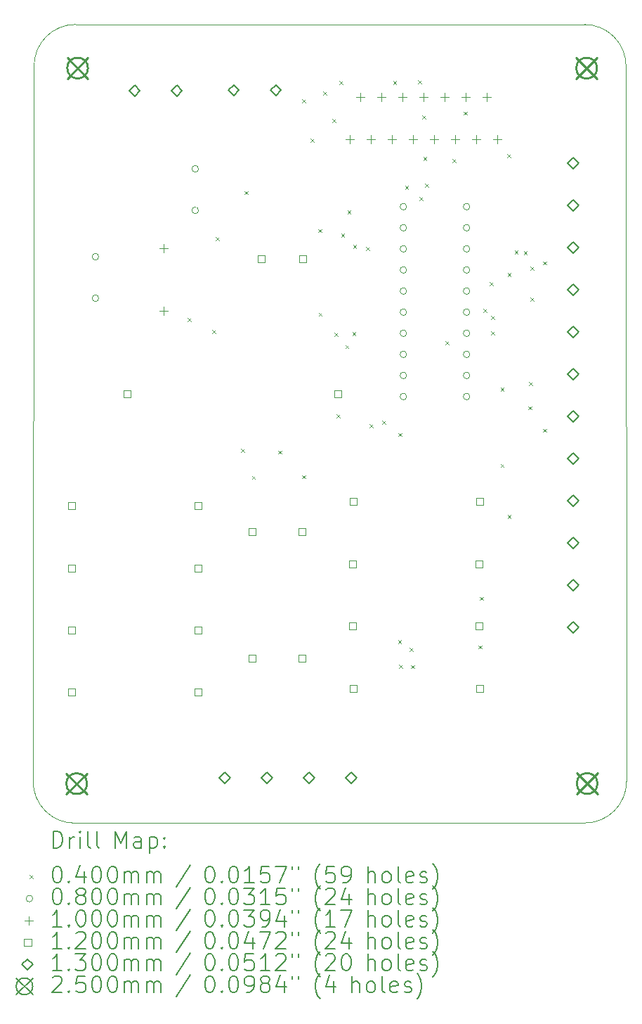
<source format=gbr>
%TF.GenerationSoftware,KiCad,Pcbnew,(7.0.0)*%
%TF.CreationDate,2023-04-19T19:54:25+02:00*%
%TF.ProjectId,steper_motor_controller,73746570-6572-45f6-9d6f-746f725f636f,REV1*%
%TF.SameCoordinates,Original*%
%TF.FileFunction,Drillmap*%
%TF.FilePolarity,Positive*%
%FSLAX45Y45*%
G04 Gerber Fmt 4.5, Leading zero omitted, Abs format (unit mm)*
G04 Created by KiCad (PCBNEW (7.0.0)) date 2023-04-19 19:54:25*
%MOMM*%
%LPD*%
G01*
G04 APERTURE LIST*
%ADD10C,0.100000*%
%ADD11C,0.200000*%
%ADD12C,0.040000*%
%ADD13C,0.080000*%
%ADD14C,0.120000*%
%ADD15C,0.130000*%
%ADD16C,0.250000*%
G04 APERTURE END LIST*
D10*
X12032553Y-4564553D02*
X18168447Y-4565553D01*
X11521553Y-13679447D02*
G75*
G03*
X12021553Y-14179447I499997J-3D01*
G01*
X12032553Y-4564553D02*
G75*
G03*
X11532553Y-5064553I0J-500000D01*
G01*
X11521553Y-13679447D02*
X11532553Y-5064553D01*
X18668447Y-5065553D02*
G75*
G03*
X18168447Y-4565553I-499997J3D01*
G01*
X18174447Y-14177447D02*
X12021553Y-14179447D01*
X18668447Y-5065553D02*
X18674447Y-13677447D01*
X18174447Y-14177447D02*
G75*
G03*
X18674447Y-13677447I3J499997D01*
G01*
D11*
D12*
X13386000Y-8100000D02*
X13426000Y-8140000D01*
X13426000Y-8100000D02*
X13386000Y-8140000D01*
X13682000Y-8240000D02*
X13722000Y-8280000D01*
X13722000Y-8240000D02*
X13682000Y-8280000D01*
X13723000Y-7123000D02*
X13763000Y-7163000D01*
X13763000Y-7123000D02*
X13723000Y-7163000D01*
X14030000Y-9673000D02*
X14070000Y-9713000D01*
X14070000Y-9673000D02*
X14030000Y-9713000D01*
X14069000Y-6571000D02*
X14109000Y-6611000D01*
X14109000Y-6571000D02*
X14069000Y-6611000D01*
X14159000Y-9999000D02*
X14199000Y-10039000D01*
X14199000Y-9999000D02*
X14159000Y-10039000D01*
X14477000Y-9695000D02*
X14517000Y-9735000D01*
X14517000Y-9695000D02*
X14477000Y-9735000D01*
X14762000Y-5466000D02*
X14802000Y-5506000D01*
X14802000Y-5466000D02*
X14762000Y-5506000D01*
X14763000Y-9990000D02*
X14803000Y-10030000D01*
X14803000Y-9990000D02*
X14763000Y-10030000D01*
X14865000Y-5939000D02*
X14905000Y-5979000D01*
X14905000Y-5939000D02*
X14865000Y-5979000D01*
X14960189Y-7027189D02*
X15000189Y-7067189D01*
X15000189Y-7027189D02*
X14960189Y-7067189D01*
X14963000Y-8034000D02*
X15003000Y-8074000D01*
X15003000Y-8034000D02*
X14963000Y-8074000D01*
X15020000Y-5371000D02*
X15060000Y-5411000D01*
X15060000Y-5371000D02*
X15020000Y-5411000D01*
X15130000Y-5702000D02*
X15170000Y-5742000D01*
X15170000Y-5702000D02*
X15130000Y-5742000D01*
X15150824Y-8274566D02*
X15190824Y-8314566D01*
X15190824Y-8274566D02*
X15150824Y-8314566D01*
X15177000Y-9259000D02*
X15217000Y-9299000D01*
X15217000Y-9259000D02*
X15177000Y-9299000D01*
X15214000Y-5247450D02*
X15254000Y-5287450D01*
X15254000Y-5247450D02*
X15214000Y-5287450D01*
X15235000Y-7082950D02*
X15275000Y-7122950D01*
X15275000Y-7082950D02*
X15235000Y-7122950D01*
X15285371Y-8424629D02*
X15325371Y-8464629D01*
X15325371Y-8424629D02*
X15285371Y-8464629D01*
X15310000Y-6803000D02*
X15350000Y-6843000D01*
X15350000Y-6803000D02*
X15310000Y-6843000D01*
X15370129Y-8264871D02*
X15410129Y-8304871D01*
X15410129Y-8264871D02*
X15370129Y-8304871D01*
X15378000Y-7219000D02*
X15418000Y-7259000D01*
X15418000Y-7219000D02*
X15378000Y-7259000D01*
X15532000Y-7244000D02*
X15572000Y-7284000D01*
X15572000Y-7244000D02*
X15532000Y-7284000D01*
X15579000Y-9374000D02*
X15619000Y-9414000D01*
X15619000Y-9374000D02*
X15579000Y-9414000D01*
X15731000Y-9333000D02*
X15771000Y-9373000D01*
X15771000Y-9333000D02*
X15731000Y-9373000D01*
X15860000Y-5247450D02*
X15900000Y-5287450D01*
X15900000Y-5247450D02*
X15860000Y-5287450D01*
X15920000Y-11976000D02*
X15960000Y-12016000D01*
X15960000Y-11976000D02*
X15920000Y-12016000D01*
X15926000Y-9482000D02*
X15966000Y-9522000D01*
X15966000Y-9482000D02*
X15926000Y-9522000D01*
X15931000Y-12274000D02*
X15971000Y-12314000D01*
X15971000Y-12274000D02*
X15931000Y-12314000D01*
X16004050Y-6505000D02*
X16044050Y-6545000D01*
X16044050Y-6505000D02*
X16004050Y-6545000D01*
X16062000Y-12067000D02*
X16102000Y-12107000D01*
X16102000Y-12067000D02*
X16062000Y-12107000D01*
X16075000Y-12277000D02*
X16115000Y-12317000D01*
X16115000Y-12277000D02*
X16075000Y-12317000D01*
X16158000Y-5234000D02*
X16198000Y-5274000D01*
X16198000Y-5234000D02*
X16158000Y-5274000D01*
X16176950Y-6640000D02*
X16216950Y-6680000D01*
X16216950Y-6640000D02*
X16176950Y-6680000D01*
X16211000Y-5663000D02*
X16251000Y-5703000D01*
X16251000Y-5663000D02*
X16211000Y-5703000D01*
X16224896Y-6161896D02*
X16264896Y-6201896D01*
X16264896Y-6161896D02*
X16224896Y-6201896D01*
X16246550Y-6480000D02*
X16286550Y-6520000D01*
X16286550Y-6480000D02*
X16246550Y-6520000D01*
X16493000Y-8376000D02*
X16533000Y-8416000D01*
X16533000Y-8376000D02*
X16493000Y-8416000D01*
X16575000Y-6182000D02*
X16615000Y-6222000D01*
X16615000Y-6182000D02*
X16575000Y-6222000D01*
X16713000Y-5614000D02*
X16753000Y-5654000D01*
X16753000Y-5614000D02*
X16713000Y-5654000D01*
X16891000Y-12040000D02*
X16931000Y-12080000D01*
X16931000Y-12040000D02*
X16891000Y-12080000D01*
X16908000Y-11455000D02*
X16948000Y-11495000D01*
X16948000Y-11455000D02*
X16908000Y-11495000D01*
X16950000Y-7987000D02*
X16990000Y-8027000D01*
X16990000Y-7987000D02*
X16950000Y-8027000D01*
X17022000Y-7665000D02*
X17062000Y-7705000D01*
X17062000Y-7665000D02*
X17022000Y-7705000D01*
X17039000Y-8073000D02*
X17079000Y-8113000D01*
X17079000Y-8073000D02*
X17039000Y-8113000D01*
X17039000Y-8260000D02*
X17079000Y-8300000D01*
X17079000Y-8260000D02*
X17039000Y-8300000D01*
X17155000Y-9856000D02*
X17195000Y-9896000D01*
X17195000Y-9856000D02*
X17155000Y-9896000D01*
X17155100Y-8937550D02*
X17195100Y-8977550D01*
X17195100Y-8937550D02*
X17155100Y-8977550D01*
X17237000Y-6124000D02*
X17277000Y-6164000D01*
X17277000Y-6124000D02*
X17237000Y-6164000D01*
X17241550Y-7555000D02*
X17281550Y-7595000D01*
X17281550Y-7555000D02*
X17241550Y-7595000D01*
X17241550Y-10468000D02*
X17281550Y-10508000D01*
X17281550Y-10468000D02*
X17241550Y-10508000D01*
X17324440Y-7282701D02*
X17364440Y-7322701D01*
X17364440Y-7282701D02*
X17324440Y-7322701D01*
X17435000Y-7292000D02*
X17475000Y-7332000D01*
X17475000Y-7292000D02*
X17435000Y-7332000D01*
X17491000Y-9160000D02*
X17531000Y-9200000D01*
X17531000Y-9160000D02*
X17491000Y-9200000D01*
X17497000Y-8868000D02*
X17537000Y-8908000D01*
X17537000Y-8868000D02*
X17497000Y-8908000D01*
X17517000Y-7480000D02*
X17557000Y-7520000D01*
X17557000Y-7480000D02*
X17517000Y-7520000D01*
X17517000Y-7855000D02*
X17557000Y-7895000D01*
X17557000Y-7855000D02*
X17517000Y-7895000D01*
X17668000Y-7417000D02*
X17708000Y-7457000D01*
X17708000Y-7417000D02*
X17668000Y-7457000D01*
X17668000Y-9431000D02*
X17708000Y-9471000D01*
X17708000Y-9431000D02*
X17668000Y-9471000D01*
D13*
X12312000Y-7360000D02*
G75*
G03*
X12312000Y-7360000I-40000J0D01*
G01*
X12312000Y-7860000D02*
G75*
G03*
X12312000Y-7860000I-40000J0D01*
G01*
X13515000Y-6303000D02*
G75*
G03*
X13515000Y-6303000I-40000J0D01*
G01*
X13515000Y-6803000D02*
G75*
G03*
X13515000Y-6803000I-40000J0D01*
G01*
X16024000Y-6758000D02*
G75*
G03*
X16024000Y-6758000I-40000J0D01*
G01*
X16024000Y-7012000D02*
G75*
G03*
X16024000Y-7012000I-40000J0D01*
G01*
X16024000Y-7266000D02*
G75*
G03*
X16024000Y-7266000I-40000J0D01*
G01*
X16024000Y-7520000D02*
G75*
G03*
X16024000Y-7520000I-40000J0D01*
G01*
X16024000Y-7774000D02*
G75*
G03*
X16024000Y-7774000I-40000J0D01*
G01*
X16024000Y-8028000D02*
G75*
G03*
X16024000Y-8028000I-40000J0D01*
G01*
X16024000Y-8282000D02*
G75*
G03*
X16024000Y-8282000I-40000J0D01*
G01*
X16024000Y-8536000D02*
G75*
G03*
X16024000Y-8536000I-40000J0D01*
G01*
X16024000Y-8790000D02*
G75*
G03*
X16024000Y-8790000I-40000J0D01*
G01*
X16024000Y-9044000D02*
G75*
G03*
X16024000Y-9044000I-40000J0D01*
G01*
X16786000Y-6758000D02*
G75*
G03*
X16786000Y-6758000I-40000J0D01*
G01*
X16786000Y-7012000D02*
G75*
G03*
X16786000Y-7012000I-40000J0D01*
G01*
X16786000Y-7266000D02*
G75*
G03*
X16786000Y-7266000I-40000J0D01*
G01*
X16786000Y-7520000D02*
G75*
G03*
X16786000Y-7520000I-40000J0D01*
G01*
X16786000Y-7774000D02*
G75*
G03*
X16786000Y-7774000I-40000J0D01*
G01*
X16786000Y-8028000D02*
G75*
G03*
X16786000Y-8028000I-40000J0D01*
G01*
X16786000Y-8282000D02*
G75*
G03*
X16786000Y-8282000I-40000J0D01*
G01*
X16786000Y-8536000D02*
G75*
G03*
X16786000Y-8536000I-40000J0D01*
G01*
X16786000Y-8790000D02*
G75*
G03*
X16786000Y-8790000I-40000J0D01*
G01*
X16786000Y-9044000D02*
G75*
G03*
X16786000Y-9044000I-40000J0D01*
G01*
D10*
X13094000Y-7212000D02*
X13094000Y-7312000D01*
X13044000Y-7262000D02*
X13144000Y-7262000D01*
X13094000Y-7962000D02*
X13094000Y-8062000D01*
X13044000Y-8012000D02*
X13144000Y-8012000D01*
X15337000Y-5900000D02*
X15337000Y-6000000D01*
X15287000Y-5950000D02*
X15387000Y-5950000D01*
X15464000Y-5392000D02*
X15464000Y-5492000D01*
X15414000Y-5442000D02*
X15514000Y-5442000D01*
X15591000Y-5900000D02*
X15591000Y-6000000D01*
X15541000Y-5950000D02*
X15641000Y-5950000D01*
X15718000Y-5392000D02*
X15718000Y-5492000D01*
X15668000Y-5442000D02*
X15768000Y-5442000D01*
X15845000Y-5900000D02*
X15845000Y-6000000D01*
X15795000Y-5950000D02*
X15895000Y-5950000D01*
X15972000Y-5392000D02*
X15972000Y-5492000D01*
X15922000Y-5442000D02*
X16022000Y-5442000D01*
X16099000Y-5900000D02*
X16099000Y-6000000D01*
X16049000Y-5950000D02*
X16149000Y-5950000D01*
X16226000Y-5392000D02*
X16226000Y-5492000D01*
X16176000Y-5442000D02*
X16276000Y-5442000D01*
X16353000Y-5900000D02*
X16353000Y-6000000D01*
X16303000Y-5950000D02*
X16403000Y-5950000D01*
X16480000Y-5392000D02*
X16480000Y-5492000D01*
X16430000Y-5442000D02*
X16530000Y-5442000D01*
X16607000Y-5900000D02*
X16607000Y-6000000D01*
X16557000Y-5950000D02*
X16657000Y-5950000D01*
X16734000Y-5392000D02*
X16734000Y-5492000D01*
X16684000Y-5442000D02*
X16784000Y-5442000D01*
X16861000Y-5900000D02*
X16861000Y-6000000D01*
X16811000Y-5950000D02*
X16911000Y-5950000D01*
X16988000Y-5392000D02*
X16988000Y-5492000D01*
X16938000Y-5442000D02*
X17038000Y-5442000D01*
X17115000Y-5900000D02*
X17115000Y-6000000D01*
X17065000Y-5950000D02*
X17165000Y-5950000D01*
D14*
X12029427Y-10398427D02*
X12029427Y-10313573D01*
X11944573Y-10313573D01*
X11944573Y-10398427D01*
X12029427Y-10398427D01*
X12029427Y-11150302D02*
X12029427Y-11065448D01*
X11944573Y-11065448D01*
X11944573Y-11150302D01*
X12029427Y-11150302D01*
X12029427Y-11897760D02*
X12029427Y-11812906D01*
X11944573Y-11812906D01*
X11944573Y-11897760D01*
X12029427Y-11897760D01*
X12029427Y-12647427D02*
X12029427Y-12562573D01*
X11944573Y-12562573D01*
X11944573Y-12647427D01*
X12029427Y-12647427D01*
X12694427Y-9053427D02*
X12694427Y-8968573D01*
X12609573Y-8968573D01*
X12609573Y-9053427D01*
X12694427Y-9053427D01*
X13553427Y-10398427D02*
X13553427Y-10313573D01*
X13468573Y-10313573D01*
X13468573Y-10398427D01*
X13553427Y-10398427D01*
X13553427Y-11150302D02*
X13553427Y-11065448D01*
X13468573Y-11065448D01*
X13468573Y-11150302D01*
X13553427Y-11150302D01*
X13553427Y-11897760D02*
X13553427Y-11812906D01*
X13468573Y-11812906D01*
X13468573Y-11897760D01*
X13553427Y-11897760D01*
X13553427Y-12647427D02*
X13553427Y-12562573D01*
X13468573Y-12562573D01*
X13468573Y-12647427D01*
X13553427Y-12647427D01*
X14202427Y-10709427D02*
X14202427Y-10624573D01*
X14117573Y-10624573D01*
X14117573Y-10709427D01*
X14202427Y-10709427D01*
X14202427Y-12233427D02*
X14202427Y-12148573D01*
X14117573Y-12148573D01*
X14117573Y-12233427D01*
X14202427Y-12233427D01*
X14313427Y-7427427D02*
X14313427Y-7342573D01*
X14228573Y-7342573D01*
X14228573Y-7427427D01*
X14313427Y-7427427D01*
X14807427Y-10709427D02*
X14807427Y-10624573D01*
X14722573Y-10624573D01*
X14722573Y-10709427D01*
X14807427Y-10709427D01*
X14807427Y-12233427D02*
X14807427Y-12148573D01*
X14722573Y-12148573D01*
X14722573Y-12233427D01*
X14807427Y-12233427D01*
X14813427Y-7427427D02*
X14813427Y-7342573D01*
X14728573Y-7342573D01*
X14728573Y-7427427D01*
X14813427Y-7427427D01*
X15234427Y-9053427D02*
X15234427Y-8968573D01*
X15149573Y-8968573D01*
X15149573Y-9053427D01*
X15234427Y-9053427D01*
X15415427Y-11103302D02*
X15415427Y-11018448D01*
X15330573Y-11018448D01*
X15330573Y-11103302D01*
X15415427Y-11103302D01*
X15418427Y-11850760D02*
X15418427Y-11765906D01*
X15333573Y-11765906D01*
X15333573Y-11850760D01*
X15418427Y-11850760D01*
X15419427Y-10351427D02*
X15419427Y-10266573D01*
X15334573Y-10266573D01*
X15334573Y-10351427D01*
X15419427Y-10351427D01*
X15419427Y-12600427D02*
X15419427Y-12515573D01*
X15334573Y-12515573D01*
X15334573Y-12600427D01*
X15419427Y-12600427D01*
X16939427Y-11103302D02*
X16939427Y-11018448D01*
X16854573Y-11018448D01*
X16854573Y-11103302D01*
X16939427Y-11103302D01*
X16942427Y-11850760D02*
X16942427Y-11765906D01*
X16857573Y-11765906D01*
X16857573Y-11850760D01*
X16942427Y-11850760D01*
X16943427Y-10351427D02*
X16943427Y-10266573D01*
X16858573Y-10266573D01*
X16858573Y-10351427D01*
X16943427Y-10351427D01*
X16943427Y-12600427D02*
X16943427Y-12515573D01*
X16858573Y-12515573D01*
X16858573Y-12600427D01*
X16943427Y-12600427D01*
D15*
X12745500Y-5427500D02*
X12810500Y-5362500D01*
X12745500Y-5297500D01*
X12680500Y-5362500D01*
X12745500Y-5427500D01*
X13253500Y-5427500D02*
X13318500Y-5362500D01*
X13253500Y-5297500D01*
X13188500Y-5362500D01*
X13253500Y-5427500D01*
X13832000Y-13699500D02*
X13897000Y-13634500D01*
X13832000Y-13569500D01*
X13767000Y-13634500D01*
X13832000Y-13699500D01*
X13938000Y-5422500D02*
X14003000Y-5357500D01*
X13938000Y-5292500D01*
X13873000Y-5357500D01*
X13938000Y-5422500D01*
X14340000Y-13699500D02*
X14405000Y-13634500D01*
X14340000Y-13569500D01*
X14275000Y-13634500D01*
X14340000Y-13699500D01*
X14446000Y-5422500D02*
X14511000Y-5357500D01*
X14446000Y-5292500D01*
X14381000Y-5357500D01*
X14446000Y-5422500D01*
X14848000Y-13699500D02*
X14913000Y-13634500D01*
X14848000Y-13569500D01*
X14783000Y-13634500D01*
X14848000Y-13699500D01*
X15356000Y-13699500D02*
X15421000Y-13634500D01*
X15356000Y-13569500D01*
X15291000Y-13634500D01*
X15356000Y-13699500D01*
X18032000Y-6301000D02*
X18097000Y-6236000D01*
X18032000Y-6171000D01*
X17967000Y-6236000D01*
X18032000Y-6301000D01*
X18032000Y-6809000D02*
X18097000Y-6744000D01*
X18032000Y-6679000D01*
X17967000Y-6744000D01*
X18032000Y-6809000D01*
X18032000Y-7317000D02*
X18097000Y-7252000D01*
X18032000Y-7187000D01*
X17967000Y-7252000D01*
X18032000Y-7317000D01*
X18032000Y-7825000D02*
X18097000Y-7760000D01*
X18032000Y-7695000D01*
X17967000Y-7760000D01*
X18032000Y-7825000D01*
X18032000Y-8333000D02*
X18097000Y-8268000D01*
X18032000Y-8203000D01*
X17967000Y-8268000D01*
X18032000Y-8333000D01*
X18032000Y-8841000D02*
X18097000Y-8776000D01*
X18032000Y-8711000D01*
X17967000Y-8776000D01*
X18032000Y-8841000D01*
X18032000Y-9349000D02*
X18097000Y-9284000D01*
X18032000Y-9219000D01*
X17967000Y-9284000D01*
X18032000Y-9349000D01*
X18032000Y-9857000D02*
X18097000Y-9792000D01*
X18032000Y-9727000D01*
X17967000Y-9792000D01*
X18032000Y-9857000D01*
X18032000Y-10365000D02*
X18097000Y-10300000D01*
X18032000Y-10235000D01*
X17967000Y-10300000D01*
X18032000Y-10365000D01*
X18032000Y-10873000D02*
X18097000Y-10808000D01*
X18032000Y-10743000D01*
X17967000Y-10808000D01*
X18032000Y-10873000D01*
X18032000Y-11381000D02*
X18097000Y-11316000D01*
X18032000Y-11251000D01*
X17967000Y-11316000D01*
X18032000Y-11381000D01*
X18032000Y-11889000D02*
X18097000Y-11824000D01*
X18032000Y-11759000D01*
X17967000Y-11824000D01*
X18032000Y-11889000D01*
D16*
X11921550Y-13579450D02*
X12171550Y-13829450D01*
X12171550Y-13579450D02*
X11921550Y-13829450D01*
X12171550Y-13704450D02*
G75*
G03*
X12171550Y-13704450I-125000J0D01*
G01*
X11932553Y-4964553D02*
X12182553Y-5214553D01*
X12182553Y-4964553D02*
X11932553Y-5214553D01*
X12182553Y-5089553D02*
G75*
G03*
X12182553Y-5089553I-125000J0D01*
G01*
X18068450Y-4965550D02*
X18318450Y-5215550D01*
X18318450Y-4965550D02*
X18068450Y-5215550D01*
X18318450Y-5090550D02*
G75*
G03*
X18318450Y-5090550I-125000J0D01*
G01*
X18074450Y-13577450D02*
X18324450Y-13827450D01*
X18324450Y-13577450D02*
X18074450Y-13827450D01*
X18324450Y-13702450D02*
G75*
G03*
X18324450Y-13702450I-125000J0D01*
G01*
D11*
X11764172Y-14477923D02*
X11764172Y-14277923D01*
X11764172Y-14277923D02*
X11811791Y-14277923D01*
X11811791Y-14277923D02*
X11840363Y-14287447D01*
X11840363Y-14287447D02*
X11859410Y-14306494D01*
X11859410Y-14306494D02*
X11868934Y-14325542D01*
X11868934Y-14325542D02*
X11878458Y-14363637D01*
X11878458Y-14363637D02*
X11878458Y-14392208D01*
X11878458Y-14392208D02*
X11868934Y-14430304D01*
X11868934Y-14430304D02*
X11859410Y-14449351D01*
X11859410Y-14449351D02*
X11840363Y-14468399D01*
X11840363Y-14468399D02*
X11811791Y-14477923D01*
X11811791Y-14477923D02*
X11764172Y-14477923D01*
X11964172Y-14477923D02*
X11964172Y-14344589D01*
X11964172Y-14382685D02*
X11973696Y-14363637D01*
X11973696Y-14363637D02*
X11983220Y-14354113D01*
X11983220Y-14354113D02*
X12002268Y-14344589D01*
X12002268Y-14344589D02*
X12021315Y-14344589D01*
X12087982Y-14477923D02*
X12087982Y-14344589D01*
X12087982Y-14277923D02*
X12078458Y-14287447D01*
X12078458Y-14287447D02*
X12087982Y-14296970D01*
X12087982Y-14296970D02*
X12097506Y-14287447D01*
X12097506Y-14287447D02*
X12087982Y-14277923D01*
X12087982Y-14277923D02*
X12087982Y-14296970D01*
X12211791Y-14477923D02*
X12192744Y-14468399D01*
X12192744Y-14468399D02*
X12183220Y-14449351D01*
X12183220Y-14449351D02*
X12183220Y-14277923D01*
X12316553Y-14477923D02*
X12297506Y-14468399D01*
X12297506Y-14468399D02*
X12287982Y-14449351D01*
X12287982Y-14449351D02*
X12287982Y-14277923D01*
X12512744Y-14477923D02*
X12512744Y-14277923D01*
X12512744Y-14277923D02*
X12579410Y-14420780D01*
X12579410Y-14420780D02*
X12646077Y-14277923D01*
X12646077Y-14277923D02*
X12646077Y-14477923D01*
X12827029Y-14477923D02*
X12827029Y-14373161D01*
X12827029Y-14373161D02*
X12817506Y-14354113D01*
X12817506Y-14354113D02*
X12798458Y-14344589D01*
X12798458Y-14344589D02*
X12760363Y-14344589D01*
X12760363Y-14344589D02*
X12741315Y-14354113D01*
X12827029Y-14468399D02*
X12807982Y-14477923D01*
X12807982Y-14477923D02*
X12760363Y-14477923D01*
X12760363Y-14477923D02*
X12741315Y-14468399D01*
X12741315Y-14468399D02*
X12731791Y-14449351D01*
X12731791Y-14449351D02*
X12731791Y-14430304D01*
X12731791Y-14430304D02*
X12741315Y-14411256D01*
X12741315Y-14411256D02*
X12760363Y-14401732D01*
X12760363Y-14401732D02*
X12807982Y-14401732D01*
X12807982Y-14401732D02*
X12827029Y-14392208D01*
X12922268Y-14344589D02*
X12922268Y-14544589D01*
X12922268Y-14354113D02*
X12941315Y-14344589D01*
X12941315Y-14344589D02*
X12979410Y-14344589D01*
X12979410Y-14344589D02*
X12998458Y-14354113D01*
X12998458Y-14354113D02*
X13007982Y-14363637D01*
X13007982Y-14363637D02*
X13017506Y-14382685D01*
X13017506Y-14382685D02*
X13017506Y-14439827D01*
X13017506Y-14439827D02*
X13007982Y-14458875D01*
X13007982Y-14458875D02*
X12998458Y-14468399D01*
X12998458Y-14468399D02*
X12979410Y-14477923D01*
X12979410Y-14477923D02*
X12941315Y-14477923D01*
X12941315Y-14477923D02*
X12922268Y-14468399D01*
X13103220Y-14458875D02*
X13112744Y-14468399D01*
X13112744Y-14468399D02*
X13103220Y-14477923D01*
X13103220Y-14477923D02*
X13093696Y-14468399D01*
X13093696Y-14468399D02*
X13103220Y-14458875D01*
X13103220Y-14458875D02*
X13103220Y-14477923D01*
X13103220Y-14354113D02*
X13112744Y-14363637D01*
X13112744Y-14363637D02*
X13103220Y-14373161D01*
X13103220Y-14373161D02*
X13093696Y-14363637D01*
X13093696Y-14363637D02*
X13103220Y-14354113D01*
X13103220Y-14354113D02*
X13103220Y-14373161D01*
D12*
X11476553Y-14804447D02*
X11516553Y-14844447D01*
X11516553Y-14804447D02*
X11476553Y-14844447D01*
D11*
X11802268Y-14697923D02*
X11821315Y-14697923D01*
X11821315Y-14697923D02*
X11840363Y-14707447D01*
X11840363Y-14707447D02*
X11849887Y-14716970D01*
X11849887Y-14716970D02*
X11859410Y-14736018D01*
X11859410Y-14736018D02*
X11868934Y-14774113D01*
X11868934Y-14774113D02*
X11868934Y-14821732D01*
X11868934Y-14821732D02*
X11859410Y-14859827D01*
X11859410Y-14859827D02*
X11849887Y-14878875D01*
X11849887Y-14878875D02*
X11840363Y-14888399D01*
X11840363Y-14888399D02*
X11821315Y-14897923D01*
X11821315Y-14897923D02*
X11802268Y-14897923D01*
X11802268Y-14897923D02*
X11783220Y-14888399D01*
X11783220Y-14888399D02*
X11773696Y-14878875D01*
X11773696Y-14878875D02*
X11764172Y-14859827D01*
X11764172Y-14859827D02*
X11754649Y-14821732D01*
X11754649Y-14821732D02*
X11754649Y-14774113D01*
X11754649Y-14774113D02*
X11764172Y-14736018D01*
X11764172Y-14736018D02*
X11773696Y-14716970D01*
X11773696Y-14716970D02*
X11783220Y-14707447D01*
X11783220Y-14707447D02*
X11802268Y-14697923D01*
X11954649Y-14878875D02*
X11964172Y-14888399D01*
X11964172Y-14888399D02*
X11954649Y-14897923D01*
X11954649Y-14897923D02*
X11945125Y-14888399D01*
X11945125Y-14888399D02*
X11954649Y-14878875D01*
X11954649Y-14878875D02*
X11954649Y-14897923D01*
X12135601Y-14764589D02*
X12135601Y-14897923D01*
X12087982Y-14688399D02*
X12040363Y-14831256D01*
X12040363Y-14831256D02*
X12164172Y-14831256D01*
X12278458Y-14697923D02*
X12297506Y-14697923D01*
X12297506Y-14697923D02*
X12316553Y-14707447D01*
X12316553Y-14707447D02*
X12326077Y-14716970D01*
X12326077Y-14716970D02*
X12335601Y-14736018D01*
X12335601Y-14736018D02*
X12345125Y-14774113D01*
X12345125Y-14774113D02*
X12345125Y-14821732D01*
X12345125Y-14821732D02*
X12335601Y-14859827D01*
X12335601Y-14859827D02*
X12326077Y-14878875D01*
X12326077Y-14878875D02*
X12316553Y-14888399D01*
X12316553Y-14888399D02*
X12297506Y-14897923D01*
X12297506Y-14897923D02*
X12278458Y-14897923D01*
X12278458Y-14897923D02*
X12259410Y-14888399D01*
X12259410Y-14888399D02*
X12249887Y-14878875D01*
X12249887Y-14878875D02*
X12240363Y-14859827D01*
X12240363Y-14859827D02*
X12230839Y-14821732D01*
X12230839Y-14821732D02*
X12230839Y-14774113D01*
X12230839Y-14774113D02*
X12240363Y-14736018D01*
X12240363Y-14736018D02*
X12249887Y-14716970D01*
X12249887Y-14716970D02*
X12259410Y-14707447D01*
X12259410Y-14707447D02*
X12278458Y-14697923D01*
X12468934Y-14697923D02*
X12487982Y-14697923D01*
X12487982Y-14697923D02*
X12507030Y-14707447D01*
X12507030Y-14707447D02*
X12516553Y-14716970D01*
X12516553Y-14716970D02*
X12526077Y-14736018D01*
X12526077Y-14736018D02*
X12535601Y-14774113D01*
X12535601Y-14774113D02*
X12535601Y-14821732D01*
X12535601Y-14821732D02*
X12526077Y-14859827D01*
X12526077Y-14859827D02*
X12516553Y-14878875D01*
X12516553Y-14878875D02*
X12507030Y-14888399D01*
X12507030Y-14888399D02*
X12487982Y-14897923D01*
X12487982Y-14897923D02*
X12468934Y-14897923D01*
X12468934Y-14897923D02*
X12449887Y-14888399D01*
X12449887Y-14888399D02*
X12440363Y-14878875D01*
X12440363Y-14878875D02*
X12430839Y-14859827D01*
X12430839Y-14859827D02*
X12421315Y-14821732D01*
X12421315Y-14821732D02*
X12421315Y-14774113D01*
X12421315Y-14774113D02*
X12430839Y-14736018D01*
X12430839Y-14736018D02*
X12440363Y-14716970D01*
X12440363Y-14716970D02*
X12449887Y-14707447D01*
X12449887Y-14707447D02*
X12468934Y-14697923D01*
X12621315Y-14897923D02*
X12621315Y-14764589D01*
X12621315Y-14783637D02*
X12630839Y-14774113D01*
X12630839Y-14774113D02*
X12649887Y-14764589D01*
X12649887Y-14764589D02*
X12678458Y-14764589D01*
X12678458Y-14764589D02*
X12697506Y-14774113D01*
X12697506Y-14774113D02*
X12707030Y-14793161D01*
X12707030Y-14793161D02*
X12707030Y-14897923D01*
X12707030Y-14793161D02*
X12716553Y-14774113D01*
X12716553Y-14774113D02*
X12735601Y-14764589D01*
X12735601Y-14764589D02*
X12764172Y-14764589D01*
X12764172Y-14764589D02*
X12783220Y-14774113D01*
X12783220Y-14774113D02*
X12792744Y-14793161D01*
X12792744Y-14793161D02*
X12792744Y-14897923D01*
X12887982Y-14897923D02*
X12887982Y-14764589D01*
X12887982Y-14783637D02*
X12897506Y-14774113D01*
X12897506Y-14774113D02*
X12916553Y-14764589D01*
X12916553Y-14764589D02*
X12945125Y-14764589D01*
X12945125Y-14764589D02*
X12964172Y-14774113D01*
X12964172Y-14774113D02*
X12973696Y-14793161D01*
X12973696Y-14793161D02*
X12973696Y-14897923D01*
X12973696Y-14793161D02*
X12983220Y-14774113D01*
X12983220Y-14774113D02*
X13002268Y-14764589D01*
X13002268Y-14764589D02*
X13030839Y-14764589D01*
X13030839Y-14764589D02*
X13049887Y-14774113D01*
X13049887Y-14774113D02*
X13059411Y-14793161D01*
X13059411Y-14793161D02*
X13059411Y-14897923D01*
X13417506Y-14688399D02*
X13246077Y-14945542D01*
X13642268Y-14697923D02*
X13661315Y-14697923D01*
X13661315Y-14697923D02*
X13680363Y-14707447D01*
X13680363Y-14707447D02*
X13689887Y-14716970D01*
X13689887Y-14716970D02*
X13699411Y-14736018D01*
X13699411Y-14736018D02*
X13708934Y-14774113D01*
X13708934Y-14774113D02*
X13708934Y-14821732D01*
X13708934Y-14821732D02*
X13699411Y-14859827D01*
X13699411Y-14859827D02*
X13689887Y-14878875D01*
X13689887Y-14878875D02*
X13680363Y-14888399D01*
X13680363Y-14888399D02*
X13661315Y-14897923D01*
X13661315Y-14897923D02*
X13642268Y-14897923D01*
X13642268Y-14897923D02*
X13623220Y-14888399D01*
X13623220Y-14888399D02*
X13613696Y-14878875D01*
X13613696Y-14878875D02*
X13604172Y-14859827D01*
X13604172Y-14859827D02*
X13594649Y-14821732D01*
X13594649Y-14821732D02*
X13594649Y-14774113D01*
X13594649Y-14774113D02*
X13604172Y-14736018D01*
X13604172Y-14736018D02*
X13613696Y-14716970D01*
X13613696Y-14716970D02*
X13623220Y-14707447D01*
X13623220Y-14707447D02*
X13642268Y-14697923D01*
X13794649Y-14878875D02*
X13804172Y-14888399D01*
X13804172Y-14888399D02*
X13794649Y-14897923D01*
X13794649Y-14897923D02*
X13785125Y-14888399D01*
X13785125Y-14888399D02*
X13794649Y-14878875D01*
X13794649Y-14878875D02*
X13794649Y-14897923D01*
X13927982Y-14697923D02*
X13947030Y-14697923D01*
X13947030Y-14697923D02*
X13966077Y-14707447D01*
X13966077Y-14707447D02*
X13975601Y-14716970D01*
X13975601Y-14716970D02*
X13985125Y-14736018D01*
X13985125Y-14736018D02*
X13994649Y-14774113D01*
X13994649Y-14774113D02*
X13994649Y-14821732D01*
X13994649Y-14821732D02*
X13985125Y-14859827D01*
X13985125Y-14859827D02*
X13975601Y-14878875D01*
X13975601Y-14878875D02*
X13966077Y-14888399D01*
X13966077Y-14888399D02*
X13947030Y-14897923D01*
X13947030Y-14897923D02*
X13927982Y-14897923D01*
X13927982Y-14897923D02*
X13908934Y-14888399D01*
X13908934Y-14888399D02*
X13899411Y-14878875D01*
X13899411Y-14878875D02*
X13889887Y-14859827D01*
X13889887Y-14859827D02*
X13880363Y-14821732D01*
X13880363Y-14821732D02*
X13880363Y-14774113D01*
X13880363Y-14774113D02*
X13889887Y-14736018D01*
X13889887Y-14736018D02*
X13899411Y-14716970D01*
X13899411Y-14716970D02*
X13908934Y-14707447D01*
X13908934Y-14707447D02*
X13927982Y-14697923D01*
X14185125Y-14897923D02*
X14070839Y-14897923D01*
X14127982Y-14897923D02*
X14127982Y-14697923D01*
X14127982Y-14697923D02*
X14108934Y-14726494D01*
X14108934Y-14726494D02*
X14089887Y-14745542D01*
X14089887Y-14745542D02*
X14070839Y-14755066D01*
X14366077Y-14697923D02*
X14270839Y-14697923D01*
X14270839Y-14697923D02*
X14261315Y-14793161D01*
X14261315Y-14793161D02*
X14270839Y-14783637D01*
X14270839Y-14783637D02*
X14289887Y-14774113D01*
X14289887Y-14774113D02*
X14337506Y-14774113D01*
X14337506Y-14774113D02*
X14356553Y-14783637D01*
X14356553Y-14783637D02*
X14366077Y-14793161D01*
X14366077Y-14793161D02*
X14375601Y-14812208D01*
X14375601Y-14812208D02*
X14375601Y-14859827D01*
X14375601Y-14859827D02*
X14366077Y-14878875D01*
X14366077Y-14878875D02*
X14356553Y-14888399D01*
X14356553Y-14888399D02*
X14337506Y-14897923D01*
X14337506Y-14897923D02*
X14289887Y-14897923D01*
X14289887Y-14897923D02*
X14270839Y-14888399D01*
X14270839Y-14888399D02*
X14261315Y-14878875D01*
X14442268Y-14697923D02*
X14575601Y-14697923D01*
X14575601Y-14697923D02*
X14489887Y-14897923D01*
X14642268Y-14697923D02*
X14642268Y-14736018D01*
X14718458Y-14697923D02*
X14718458Y-14736018D01*
X14981315Y-14974113D02*
X14971792Y-14964589D01*
X14971792Y-14964589D02*
X14952744Y-14936018D01*
X14952744Y-14936018D02*
X14943220Y-14916970D01*
X14943220Y-14916970D02*
X14933696Y-14888399D01*
X14933696Y-14888399D02*
X14924173Y-14840780D01*
X14924173Y-14840780D02*
X14924173Y-14802685D01*
X14924173Y-14802685D02*
X14933696Y-14755066D01*
X14933696Y-14755066D02*
X14943220Y-14726494D01*
X14943220Y-14726494D02*
X14952744Y-14707447D01*
X14952744Y-14707447D02*
X14971792Y-14678875D01*
X14971792Y-14678875D02*
X14981315Y-14669351D01*
X15152744Y-14697923D02*
X15057506Y-14697923D01*
X15057506Y-14697923D02*
X15047982Y-14793161D01*
X15047982Y-14793161D02*
X15057506Y-14783637D01*
X15057506Y-14783637D02*
X15076553Y-14774113D01*
X15076553Y-14774113D02*
X15124173Y-14774113D01*
X15124173Y-14774113D02*
X15143220Y-14783637D01*
X15143220Y-14783637D02*
X15152744Y-14793161D01*
X15152744Y-14793161D02*
X15162268Y-14812208D01*
X15162268Y-14812208D02*
X15162268Y-14859827D01*
X15162268Y-14859827D02*
X15152744Y-14878875D01*
X15152744Y-14878875D02*
X15143220Y-14888399D01*
X15143220Y-14888399D02*
X15124173Y-14897923D01*
X15124173Y-14897923D02*
X15076553Y-14897923D01*
X15076553Y-14897923D02*
X15057506Y-14888399D01*
X15057506Y-14888399D02*
X15047982Y-14878875D01*
X15257506Y-14897923D02*
X15295601Y-14897923D01*
X15295601Y-14897923D02*
X15314649Y-14888399D01*
X15314649Y-14888399D02*
X15324173Y-14878875D01*
X15324173Y-14878875D02*
X15343220Y-14850304D01*
X15343220Y-14850304D02*
X15352744Y-14812208D01*
X15352744Y-14812208D02*
X15352744Y-14736018D01*
X15352744Y-14736018D02*
X15343220Y-14716970D01*
X15343220Y-14716970D02*
X15333696Y-14707447D01*
X15333696Y-14707447D02*
X15314649Y-14697923D01*
X15314649Y-14697923D02*
X15276553Y-14697923D01*
X15276553Y-14697923D02*
X15257506Y-14707447D01*
X15257506Y-14707447D02*
X15247982Y-14716970D01*
X15247982Y-14716970D02*
X15238458Y-14736018D01*
X15238458Y-14736018D02*
X15238458Y-14783637D01*
X15238458Y-14783637D02*
X15247982Y-14802685D01*
X15247982Y-14802685D02*
X15257506Y-14812208D01*
X15257506Y-14812208D02*
X15276553Y-14821732D01*
X15276553Y-14821732D02*
X15314649Y-14821732D01*
X15314649Y-14821732D02*
X15333696Y-14812208D01*
X15333696Y-14812208D02*
X15343220Y-14802685D01*
X15343220Y-14802685D02*
X15352744Y-14783637D01*
X15558458Y-14897923D02*
X15558458Y-14697923D01*
X15644173Y-14897923D02*
X15644173Y-14793161D01*
X15644173Y-14793161D02*
X15634649Y-14774113D01*
X15634649Y-14774113D02*
X15615601Y-14764589D01*
X15615601Y-14764589D02*
X15587030Y-14764589D01*
X15587030Y-14764589D02*
X15567982Y-14774113D01*
X15567982Y-14774113D02*
X15558458Y-14783637D01*
X15767982Y-14897923D02*
X15748934Y-14888399D01*
X15748934Y-14888399D02*
X15739411Y-14878875D01*
X15739411Y-14878875D02*
X15729887Y-14859827D01*
X15729887Y-14859827D02*
X15729887Y-14802685D01*
X15729887Y-14802685D02*
X15739411Y-14783637D01*
X15739411Y-14783637D02*
X15748934Y-14774113D01*
X15748934Y-14774113D02*
X15767982Y-14764589D01*
X15767982Y-14764589D02*
X15796554Y-14764589D01*
X15796554Y-14764589D02*
X15815601Y-14774113D01*
X15815601Y-14774113D02*
X15825125Y-14783637D01*
X15825125Y-14783637D02*
X15834649Y-14802685D01*
X15834649Y-14802685D02*
X15834649Y-14859827D01*
X15834649Y-14859827D02*
X15825125Y-14878875D01*
X15825125Y-14878875D02*
X15815601Y-14888399D01*
X15815601Y-14888399D02*
X15796554Y-14897923D01*
X15796554Y-14897923D02*
X15767982Y-14897923D01*
X15948934Y-14897923D02*
X15929887Y-14888399D01*
X15929887Y-14888399D02*
X15920363Y-14869351D01*
X15920363Y-14869351D02*
X15920363Y-14697923D01*
X16101315Y-14888399D02*
X16082268Y-14897923D01*
X16082268Y-14897923D02*
X16044173Y-14897923D01*
X16044173Y-14897923D02*
X16025125Y-14888399D01*
X16025125Y-14888399D02*
X16015601Y-14869351D01*
X16015601Y-14869351D02*
X16015601Y-14793161D01*
X16015601Y-14793161D02*
X16025125Y-14774113D01*
X16025125Y-14774113D02*
X16044173Y-14764589D01*
X16044173Y-14764589D02*
X16082268Y-14764589D01*
X16082268Y-14764589D02*
X16101315Y-14774113D01*
X16101315Y-14774113D02*
X16110839Y-14793161D01*
X16110839Y-14793161D02*
X16110839Y-14812208D01*
X16110839Y-14812208D02*
X16015601Y-14831256D01*
X16187030Y-14888399D02*
X16206077Y-14897923D01*
X16206077Y-14897923D02*
X16244173Y-14897923D01*
X16244173Y-14897923D02*
X16263220Y-14888399D01*
X16263220Y-14888399D02*
X16272744Y-14869351D01*
X16272744Y-14869351D02*
X16272744Y-14859827D01*
X16272744Y-14859827D02*
X16263220Y-14840780D01*
X16263220Y-14840780D02*
X16244173Y-14831256D01*
X16244173Y-14831256D02*
X16215601Y-14831256D01*
X16215601Y-14831256D02*
X16196554Y-14821732D01*
X16196554Y-14821732D02*
X16187030Y-14802685D01*
X16187030Y-14802685D02*
X16187030Y-14793161D01*
X16187030Y-14793161D02*
X16196554Y-14774113D01*
X16196554Y-14774113D02*
X16215601Y-14764589D01*
X16215601Y-14764589D02*
X16244173Y-14764589D01*
X16244173Y-14764589D02*
X16263220Y-14774113D01*
X16339411Y-14974113D02*
X16348935Y-14964589D01*
X16348935Y-14964589D02*
X16367982Y-14936018D01*
X16367982Y-14936018D02*
X16377506Y-14916970D01*
X16377506Y-14916970D02*
X16387030Y-14888399D01*
X16387030Y-14888399D02*
X16396554Y-14840780D01*
X16396554Y-14840780D02*
X16396554Y-14802685D01*
X16396554Y-14802685D02*
X16387030Y-14755066D01*
X16387030Y-14755066D02*
X16377506Y-14726494D01*
X16377506Y-14726494D02*
X16367982Y-14707447D01*
X16367982Y-14707447D02*
X16348935Y-14678875D01*
X16348935Y-14678875D02*
X16339411Y-14669351D01*
D13*
X11516553Y-15088447D02*
G75*
G03*
X11516553Y-15088447I-40000J0D01*
G01*
D11*
X11802268Y-14961923D02*
X11821315Y-14961923D01*
X11821315Y-14961923D02*
X11840363Y-14971447D01*
X11840363Y-14971447D02*
X11849887Y-14980970D01*
X11849887Y-14980970D02*
X11859410Y-15000018D01*
X11859410Y-15000018D02*
X11868934Y-15038113D01*
X11868934Y-15038113D02*
X11868934Y-15085732D01*
X11868934Y-15085732D02*
X11859410Y-15123827D01*
X11859410Y-15123827D02*
X11849887Y-15142875D01*
X11849887Y-15142875D02*
X11840363Y-15152399D01*
X11840363Y-15152399D02*
X11821315Y-15161923D01*
X11821315Y-15161923D02*
X11802268Y-15161923D01*
X11802268Y-15161923D02*
X11783220Y-15152399D01*
X11783220Y-15152399D02*
X11773696Y-15142875D01*
X11773696Y-15142875D02*
X11764172Y-15123827D01*
X11764172Y-15123827D02*
X11754649Y-15085732D01*
X11754649Y-15085732D02*
X11754649Y-15038113D01*
X11754649Y-15038113D02*
X11764172Y-15000018D01*
X11764172Y-15000018D02*
X11773696Y-14980970D01*
X11773696Y-14980970D02*
X11783220Y-14971447D01*
X11783220Y-14971447D02*
X11802268Y-14961923D01*
X11954649Y-15142875D02*
X11964172Y-15152399D01*
X11964172Y-15152399D02*
X11954649Y-15161923D01*
X11954649Y-15161923D02*
X11945125Y-15152399D01*
X11945125Y-15152399D02*
X11954649Y-15142875D01*
X11954649Y-15142875D02*
X11954649Y-15161923D01*
X12078458Y-15047637D02*
X12059410Y-15038113D01*
X12059410Y-15038113D02*
X12049887Y-15028589D01*
X12049887Y-15028589D02*
X12040363Y-15009542D01*
X12040363Y-15009542D02*
X12040363Y-15000018D01*
X12040363Y-15000018D02*
X12049887Y-14980970D01*
X12049887Y-14980970D02*
X12059410Y-14971447D01*
X12059410Y-14971447D02*
X12078458Y-14961923D01*
X12078458Y-14961923D02*
X12116553Y-14961923D01*
X12116553Y-14961923D02*
X12135601Y-14971447D01*
X12135601Y-14971447D02*
X12145125Y-14980970D01*
X12145125Y-14980970D02*
X12154649Y-15000018D01*
X12154649Y-15000018D02*
X12154649Y-15009542D01*
X12154649Y-15009542D02*
X12145125Y-15028589D01*
X12145125Y-15028589D02*
X12135601Y-15038113D01*
X12135601Y-15038113D02*
X12116553Y-15047637D01*
X12116553Y-15047637D02*
X12078458Y-15047637D01*
X12078458Y-15047637D02*
X12059410Y-15057161D01*
X12059410Y-15057161D02*
X12049887Y-15066685D01*
X12049887Y-15066685D02*
X12040363Y-15085732D01*
X12040363Y-15085732D02*
X12040363Y-15123827D01*
X12040363Y-15123827D02*
X12049887Y-15142875D01*
X12049887Y-15142875D02*
X12059410Y-15152399D01*
X12059410Y-15152399D02*
X12078458Y-15161923D01*
X12078458Y-15161923D02*
X12116553Y-15161923D01*
X12116553Y-15161923D02*
X12135601Y-15152399D01*
X12135601Y-15152399D02*
X12145125Y-15142875D01*
X12145125Y-15142875D02*
X12154649Y-15123827D01*
X12154649Y-15123827D02*
X12154649Y-15085732D01*
X12154649Y-15085732D02*
X12145125Y-15066685D01*
X12145125Y-15066685D02*
X12135601Y-15057161D01*
X12135601Y-15057161D02*
X12116553Y-15047637D01*
X12278458Y-14961923D02*
X12297506Y-14961923D01*
X12297506Y-14961923D02*
X12316553Y-14971447D01*
X12316553Y-14971447D02*
X12326077Y-14980970D01*
X12326077Y-14980970D02*
X12335601Y-15000018D01*
X12335601Y-15000018D02*
X12345125Y-15038113D01*
X12345125Y-15038113D02*
X12345125Y-15085732D01*
X12345125Y-15085732D02*
X12335601Y-15123827D01*
X12335601Y-15123827D02*
X12326077Y-15142875D01*
X12326077Y-15142875D02*
X12316553Y-15152399D01*
X12316553Y-15152399D02*
X12297506Y-15161923D01*
X12297506Y-15161923D02*
X12278458Y-15161923D01*
X12278458Y-15161923D02*
X12259410Y-15152399D01*
X12259410Y-15152399D02*
X12249887Y-15142875D01*
X12249887Y-15142875D02*
X12240363Y-15123827D01*
X12240363Y-15123827D02*
X12230839Y-15085732D01*
X12230839Y-15085732D02*
X12230839Y-15038113D01*
X12230839Y-15038113D02*
X12240363Y-15000018D01*
X12240363Y-15000018D02*
X12249887Y-14980970D01*
X12249887Y-14980970D02*
X12259410Y-14971447D01*
X12259410Y-14971447D02*
X12278458Y-14961923D01*
X12468934Y-14961923D02*
X12487982Y-14961923D01*
X12487982Y-14961923D02*
X12507030Y-14971447D01*
X12507030Y-14971447D02*
X12516553Y-14980970D01*
X12516553Y-14980970D02*
X12526077Y-15000018D01*
X12526077Y-15000018D02*
X12535601Y-15038113D01*
X12535601Y-15038113D02*
X12535601Y-15085732D01*
X12535601Y-15085732D02*
X12526077Y-15123827D01*
X12526077Y-15123827D02*
X12516553Y-15142875D01*
X12516553Y-15142875D02*
X12507030Y-15152399D01*
X12507030Y-15152399D02*
X12487982Y-15161923D01*
X12487982Y-15161923D02*
X12468934Y-15161923D01*
X12468934Y-15161923D02*
X12449887Y-15152399D01*
X12449887Y-15152399D02*
X12440363Y-15142875D01*
X12440363Y-15142875D02*
X12430839Y-15123827D01*
X12430839Y-15123827D02*
X12421315Y-15085732D01*
X12421315Y-15085732D02*
X12421315Y-15038113D01*
X12421315Y-15038113D02*
X12430839Y-15000018D01*
X12430839Y-15000018D02*
X12440363Y-14980970D01*
X12440363Y-14980970D02*
X12449887Y-14971447D01*
X12449887Y-14971447D02*
X12468934Y-14961923D01*
X12621315Y-15161923D02*
X12621315Y-15028589D01*
X12621315Y-15047637D02*
X12630839Y-15038113D01*
X12630839Y-15038113D02*
X12649887Y-15028589D01*
X12649887Y-15028589D02*
X12678458Y-15028589D01*
X12678458Y-15028589D02*
X12697506Y-15038113D01*
X12697506Y-15038113D02*
X12707030Y-15057161D01*
X12707030Y-15057161D02*
X12707030Y-15161923D01*
X12707030Y-15057161D02*
X12716553Y-15038113D01*
X12716553Y-15038113D02*
X12735601Y-15028589D01*
X12735601Y-15028589D02*
X12764172Y-15028589D01*
X12764172Y-15028589D02*
X12783220Y-15038113D01*
X12783220Y-15038113D02*
X12792744Y-15057161D01*
X12792744Y-15057161D02*
X12792744Y-15161923D01*
X12887982Y-15161923D02*
X12887982Y-15028589D01*
X12887982Y-15047637D02*
X12897506Y-15038113D01*
X12897506Y-15038113D02*
X12916553Y-15028589D01*
X12916553Y-15028589D02*
X12945125Y-15028589D01*
X12945125Y-15028589D02*
X12964172Y-15038113D01*
X12964172Y-15038113D02*
X12973696Y-15057161D01*
X12973696Y-15057161D02*
X12973696Y-15161923D01*
X12973696Y-15057161D02*
X12983220Y-15038113D01*
X12983220Y-15038113D02*
X13002268Y-15028589D01*
X13002268Y-15028589D02*
X13030839Y-15028589D01*
X13030839Y-15028589D02*
X13049887Y-15038113D01*
X13049887Y-15038113D02*
X13059411Y-15057161D01*
X13059411Y-15057161D02*
X13059411Y-15161923D01*
X13417506Y-14952399D02*
X13246077Y-15209542D01*
X13642268Y-14961923D02*
X13661315Y-14961923D01*
X13661315Y-14961923D02*
X13680363Y-14971447D01*
X13680363Y-14971447D02*
X13689887Y-14980970D01*
X13689887Y-14980970D02*
X13699411Y-15000018D01*
X13699411Y-15000018D02*
X13708934Y-15038113D01*
X13708934Y-15038113D02*
X13708934Y-15085732D01*
X13708934Y-15085732D02*
X13699411Y-15123827D01*
X13699411Y-15123827D02*
X13689887Y-15142875D01*
X13689887Y-15142875D02*
X13680363Y-15152399D01*
X13680363Y-15152399D02*
X13661315Y-15161923D01*
X13661315Y-15161923D02*
X13642268Y-15161923D01*
X13642268Y-15161923D02*
X13623220Y-15152399D01*
X13623220Y-15152399D02*
X13613696Y-15142875D01*
X13613696Y-15142875D02*
X13604172Y-15123827D01*
X13604172Y-15123827D02*
X13594649Y-15085732D01*
X13594649Y-15085732D02*
X13594649Y-15038113D01*
X13594649Y-15038113D02*
X13604172Y-15000018D01*
X13604172Y-15000018D02*
X13613696Y-14980970D01*
X13613696Y-14980970D02*
X13623220Y-14971447D01*
X13623220Y-14971447D02*
X13642268Y-14961923D01*
X13794649Y-15142875D02*
X13804172Y-15152399D01*
X13804172Y-15152399D02*
X13794649Y-15161923D01*
X13794649Y-15161923D02*
X13785125Y-15152399D01*
X13785125Y-15152399D02*
X13794649Y-15142875D01*
X13794649Y-15142875D02*
X13794649Y-15161923D01*
X13927982Y-14961923D02*
X13947030Y-14961923D01*
X13947030Y-14961923D02*
X13966077Y-14971447D01*
X13966077Y-14971447D02*
X13975601Y-14980970D01*
X13975601Y-14980970D02*
X13985125Y-15000018D01*
X13985125Y-15000018D02*
X13994649Y-15038113D01*
X13994649Y-15038113D02*
X13994649Y-15085732D01*
X13994649Y-15085732D02*
X13985125Y-15123827D01*
X13985125Y-15123827D02*
X13975601Y-15142875D01*
X13975601Y-15142875D02*
X13966077Y-15152399D01*
X13966077Y-15152399D02*
X13947030Y-15161923D01*
X13947030Y-15161923D02*
X13927982Y-15161923D01*
X13927982Y-15161923D02*
X13908934Y-15152399D01*
X13908934Y-15152399D02*
X13899411Y-15142875D01*
X13899411Y-15142875D02*
X13889887Y-15123827D01*
X13889887Y-15123827D02*
X13880363Y-15085732D01*
X13880363Y-15085732D02*
X13880363Y-15038113D01*
X13880363Y-15038113D02*
X13889887Y-15000018D01*
X13889887Y-15000018D02*
X13899411Y-14980970D01*
X13899411Y-14980970D02*
X13908934Y-14971447D01*
X13908934Y-14971447D02*
X13927982Y-14961923D01*
X14061315Y-14961923D02*
X14185125Y-14961923D01*
X14185125Y-14961923D02*
X14118458Y-15038113D01*
X14118458Y-15038113D02*
X14147030Y-15038113D01*
X14147030Y-15038113D02*
X14166077Y-15047637D01*
X14166077Y-15047637D02*
X14175601Y-15057161D01*
X14175601Y-15057161D02*
X14185125Y-15076208D01*
X14185125Y-15076208D02*
X14185125Y-15123827D01*
X14185125Y-15123827D02*
X14175601Y-15142875D01*
X14175601Y-15142875D02*
X14166077Y-15152399D01*
X14166077Y-15152399D02*
X14147030Y-15161923D01*
X14147030Y-15161923D02*
X14089887Y-15161923D01*
X14089887Y-15161923D02*
X14070839Y-15152399D01*
X14070839Y-15152399D02*
X14061315Y-15142875D01*
X14375601Y-15161923D02*
X14261315Y-15161923D01*
X14318458Y-15161923D02*
X14318458Y-14961923D01*
X14318458Y-14961923D02*
X14299411Y-14990494D01*
X14299411Y-14990494D02*
X14280363Y-15009542D01*
X14280363Y-15009542D02*
X14261315Y-15019066D01*
X14556553Y-14961923D02*
X14461315Y-14961923D01*
X14461315Y-14961923D02*
X14451792Y-15057161D01*
X14451792Y-15057161D02*
X14461315Y-15047637D01*
X14461315Y-15047637D02*
X14480363Y-15038113D01*
X14480363Y-15038113D02*
X14527982Y-15038113D01*
X14527982Y-15038113D02*
X14547030Y-15047637D01*
X14547030Y-15047637D02*
X14556553Y-15057161D01*
X14556553Y-15057161D02*
X14566077Y-15076208D01*
X14566077Y-15076208D02*
X14566077Y-15123827D01*
X14566077Y-15123827D02*
X14556553Y-15142875D01*
X14556553Y-15142875D02*
X14547030Y-15152399D01*
X14547030Y-15152399D02*
X14527982Y-15161923D01*
X14527982Y-15161923D02*
X14480363Y-15161923D01*
X14480363Y-15161923D02*
X14461315Y-15152399D01*
X14461315Y-15152399D02*
X14451792Y-15142875D01*
X14642268Y-14961923D02*
X14642268Y-15000018D01*
X14718458Y-14961923D02*
X14718458Y-15000018D01*
X14981315Y-15238113D02*
X14971792Y-15228589D01*
X14971792Y-15228589D02*
X14952744Y-15200018D01*
X14952744Y-15200018D02*
X14943220Y-15180970D01*
X14943220Y-15180970D02*
X14933696Y-15152399D01*
X14933696Y-15152399D02*
X14924173Y-15104780D01*
X14924173Y-15104780D02*
X14924173Y-15066685D01*
X14924173Y-15066685D02*
X14933696Y-15019066D01*
X14933696Y-15019066D02*
X14943220Y-14990494D01*
X14943220Y-14990494D02*
X14952744Y-14971447D01*
X14952744Y-14971447D02*
X14971792Y-14942875D01*
X14971792Y-14942875D02*
X14981315Y-14933351D01*
X15047982Y-14980970D02*
X15057506Y-14971447D01*
X15057506Y-14971447D02*
X15076553Y-14961923D01*
X15076553Y-14961923D02*
X15124173Y-14961923D01*
X15124173Y-14961923D02*
X15143220Y-14971447D01*
X15143220Y-14971447D02*
X15152744Y-14980970D01*
X15152744Y-14980970D02*
X15162268Y-15000018D01*
X15162268Y-15000018D02*
X15162268Y-15019066D01*
X15162268Y-15019066D02*
X15152744Y-15047637D01*
X15152744Y-15047637D02*
X15038458Y-15161923D01*
X15038458Y-15161923D02*
X15162268Y-15161923D01*
X15333696Y-15028589D02*
X15333696Y-15161923D01*
X15286077Y-14952399D02*
X15238458Y-15095256D01*
X15238458Y-15095256D02*
X15362268Y-15095256D01*
X15558458Y-15161923D02*
X15558458Y-14961923D01*
X15644173Y-15161923D02*
X15644173Y-15057161D01*
X15644173Y-15057161D02*
X15634649Y-15038113D01*
X15634649Y-15038113D02*
X15615601Y-15028589D01*
X15615601Y-15028589D02*
X15587030Y-15028589D01*
X15587030Y-15028589D02*
X15567982Y-15038113D01*
X15567982Y-15038113D02*
X15558458Y-15047637D01*
X15767982Y-15161923D02*
X15748934Y-15152399D01*
X15748934Y-15152399D02*
X15739411Y-15142875D01*
X15739411Y-15142875D02*
X15729887Y-15123827D01*
X15729887Y-15123827D02*
X15729887Y-15066685D01*
X15729887Y-15066685D02*
X15739411Y-15047637D01*
X15739411Y-15047637D02*
X15748934Y-15038113D01*
X15748934Y-15038113D02*
X15767982Y-15028589D01*
X15767982Y-15028589D02*
X15796554Y-15028589D01*
X15796554Y-15028589D02*
X15815601Y-15038113D01*
X15815601Y-15038113D02*
X15825125Y-15047637D01*
X15825125Y-15047637D02*
X15834649Y-15066685D01*
X15834649Y-15066685D02*
X15834649Y-15123827D01*
X15834649Y-15123827D02*
X15825125Y-15142875D01*
X15825125Y-15142875D02*
X15815601Y-15152399D01*
X15815601Y-15152399D02*
X15796554Y-15161923D01*
X15796554Y-15161923D02*
X15767982Y-15161923D01*
X15948934Y-15161923D02*
X15929887Y-15152399D01*
X15929887Y-15152399D02*
X15920363Y-15133351D01*
X15920363Y-15133351D02*
X15920363Y-14961923D01*
X16101315Y-15152399D02*
X16082268Y-15161923D01*
X16082268Y-15161923D02*
X16044173Y-15161923D01*
X16044173Y-15161923D02*
X16025125Y-15152399D01*
X16025125Y-15152399D02*
X16015601Y-15133351D01*
X16015601Y-15133351D02*
X16015601Y-15057161D01*
X16015601Y-15057161D02*
X16025125Y-15038113D01*
X16025125Y-15038113D02*
X16044173Y-15028589D01*
X16044173Y-15028589D02*
X16082268Y-15028589D01*
X16082268Y-15028589D02*
X16101315Y-15038113D01*
X16101315Y-15038113D02*
X16110839Y-15057161D01*
X16110839Y-15057161D02*
X16110839Y-15076208D01*
X16110839Y-15076208D02*
X16015601Y-15095256D01*
X16187030Y-15152399D02*
X16206077Y-15161923D01*
X16206077Y-15161923D02*
X16244173Y-15161923D01*
X16244173Y-15161923D02*
X16263220Y-15152399D01*
X16263220Y-15152399D02*
X16272744Y-15133351D01*
X16272744Y-15133351D02*
X16272744Y-15123827D01*
X16272744Y-15123827D02*
X16263220Y-15104780D01*
X16263220Y-15104780D02*
X16244173Y-15095256D01*
X16244173Y-15095256D02*
X16215601Y-15095256D01*
X16215601Y-15095256D02*
X16196554Y-15085732D01*
X16196554Y-15085732D02*
X16187030Y-15066685D01*
X16187030Y-15066685D02*
X16187030Y-15057161D01*
X16187030Y-15057161D02*
X16196554Y-15038113D01*
X16196554Y-15038113D02*
X16215601Y-15028589D01*
X16215601Y-15028589D02*
X16244173Y-15028589D01*
X16244173Y-15028589D02*
X16263220Y-15038113D01*
X16339411Y-15238113D02*
X16348935Y-15228589D01*
X16348935Y-15228589D02*
X16367982Y-15200018D01*
X16367982Y-15200018D02*
X16377506Y-15180970D01*
X16377506Y-15180970D02*
X16387030Y-15152399D01*
X16387030Y-15152399D02*
X16396554Y-15104780D01*
X16396554Y-15104780D02*
X16396554Y-15066685D01*
X16396554Y-15066685D02*
X16387030Y-15019066D01*
X16387030Y-15019066D02*
X16377506Y-14990494D01*
X16377506Y-14990494D02*
X16367982Y-14971447D01*
X16367982Y-14971447D02*
X16348935Y-14942875D01*
X16348935Y-14942875D02*
X16339411Y-14933351D01*
D10*
X11466553Y-15302447D02*
X11466553Y-15402447D01*
X11416553Y-15352447D02*
X11516553Y-15352447D01*
D11*
X11868934Y-15425923D02*
X11754649Y-15425923D01*
X11811791Y-15425923D02*
X11811791Y-15225923D01*
X11811791Y-15225923D02*
X11792744Y-15254494D01*
X11792744Y-15254494D02*
X11773696Y-15273542D01*
X11773696Y-15273542D02*
X11754649Y-15283066D01*
X11954649Y-15406875D02*
X11964172Y-15416399D01*
X11964172Y-15416399D02*
X11954649Y-15425923D01*
X11954649Y-15425923D02*
X11945125Y-15416399D01*
X11945125Y-15416399D02*
X11954649Y-15406875D01*
X11954649Y-15406875D02*
X11954649Y-15425923D01*
X12087982Y-15225923D02*
X12107030Y-15225923D01*
X12107030Y-15225923D02*
X12126077Y-15235447D01*
X12126077Y-15235447D02*
X12135601Y-15244970D01*
X12135601Y-15244970D02*
X12145125Y-15264018D01*
X12145125Y-15264018D02*
X12154649Y-15302113D01*
X12154649Y-15302113D02*
X12154649Y-15349732D01*
X12154649Y-15349732D02*
X12145125Y-15387827D01*
X12145125Y-15387827D02*
X12135601Y-15406875D01*
X12135601Y-15406875D02*
X12126077Y-15416399D01*
X12126077Y-15416399D02*
X12107030Y-15425923D01*
X12107030Y-15425923D02*
X12087982Y-15425923D01*
X12087982Y-15425923D02*
X12068934Y-15416399D01*
X12068934Y-15416399D02*
X12059410Y-15406875D01*
X12059410Y-15406875D02*
X12049887Y-15387827D01*
X12049887Y-15387827D02*
X12040363Y-15349732D01*
X12040363Y-15349732D02*
X12040363Y-15302113D01*
X12040363Y-15302113D02*
X12049887Y-15264018D01*
X12049887Y-15264018D02*
X12059410Y-15244970D01*
X12059410Y-15244970D02*
X12068934Y-15235447D01*
X12068934Y-15235447D02*
X12087982Y-15225923D01*
X12278458Y-15225923D02*
X12297506Y-15225923D01*
X12297506Y-15225923D02*
X12316553Y-15235447D01*
X12316553Y-15235447D02*
X12326077Y-15244970D01*
X12326077Y-15244970D02*
X12335601Y-15264018D01*
X12335601Y-15264018D02*
X12345125Y-15302113D01*
X12345125Y-15302113D02*
X12345125Y-15349732D01*
X12345125Y-15349732D02*
X12335601Y-15387827D01*
X12335601Y-15387827D02*
X12326077Y-15406875D01*
X12326077Y-15406875D02*
X12316553Y-15416399D01*
X12316553Y-15416399D02*
X12297506Y-15425923D01*
X12297506Y-15425923D02*
X12278458Y-15425923D01*
X12278458Y-15425923D02*
X12259410Y-15416399D01*
X12259410Y-15416399D02*
X12249887Y-15406875D01*
X12249887Y-15406875D02*
X12240363Y-15387827D01*
X12240363Y-15387827D02*
X12230839Y-15349732D01*
X12230839Y-15349732D02*
X12230839Y-15302113D01*
X12230839Y-15302113D02*
X12240363Y-15264018D01*
X12240363Y-15264018D02*
X12249887Y-15244970D01*
X12249887Y-15244970D02*
X12259410Y-15235447D01*
X12259410Y-15235447D02*
X12278458Y-15225923D01*
X12468934Y-15225923D02*
X12487982Y-15225923D01*
X12487982Y-15225923D02*
X12507030Y-15235447D01*
X12507030Y-15235447D02*
X12516553Y-15244970D01*
X12516553Y-15244970D02*
X12526077Y-15264018D01*
X12526077Y-15264018D02*
X12535601Y-15302113D01*
X12535601Y-15302113D02*
X12535601Y-15349732D01*
X12535601Y-15349732D02*
X12526077Y-15387827D01*
X12526077Y-15387827D02*
X12516553Y-15406875D01*
X12516553Y-15406875D02*
X12507030Y-15416399D01*
X12507030Y-15416399D02*
X12487982Y-15425923D01*
X12487982Y-15425923D02*
X12468934Y-15425923D01*
X12468934Y-15425923D02*
X12449887Y-15416399D01*
X12449887Y-15416399D02*
X12440363Y-15406875D01*
X12440363Y-15406875D02*
X12430839Y-15387827D01*
X12430839Y-15387827D02*
X12421315Y-15349732D01*
X12421315Y-15349732D02*
X12421315Y-15302113D01*
X12421315Y-15302113D02*
X12430839Y-15264018D01*
X12430839Y-15264018D02*
X12440363Y-15244970D01*
X12440363Y-15244970D02*
X12449887Y-15235447D01*
X12449887Y-15235447D02*
X12468934Y-15225923D01*
X12621315Y-15425923D02*
X12621315Y-15292589D01*
X12621315Y-15311637D02*
X12630839Y-15302113D01*
X12630839Y-15302113D02*
X12649887Y-15292589D01*
X12649887Y-15292589D02*
X12678458Y-15292589D01*
X12678458Y-15292589D02*
X12697506Y-15302113D01*
X12697506Y-15302113D02*
X12707030Y-15321161D01*
X12707030Y-15321161D02*
X12707030Y-15425923D01*
X12707030Y-15321161D02*
X12716553Y-15302113D01*
X12716553Y-15302113D02*
X12735601Y-15292589D01*
X12735601Y-15292589D02*
X12764172Y-15292589D01*
X12764172Y-15292589D02*
X12783220Y-15302113D01*
X12783220Y-15302113D02*
X12792744Y-15321161D01*
X12792744Y-15321161D02*
X12792744Y-15425923D01*
X12887982Y-15425923D02*
X12887982Y-15292589D01*
X12887982Y-15311637D02*
X12897506Y-15302113D01*
X12897506Y-15302113D02*
X12916553Y-15292589D01*
X12916553Y-15292589D02*
X12945125Y-15292589D01*
X12945125Y-15292589D02*
X12964172Y-15302113D01*
X12964172Y-15302113D02*
X12973696Y-15321161D01*
X12973696Y-15321161D02*
X12973696Y-15425923D01*
X12973696Y-15321161D02*
X12983220Y-15302113D01*
X12983220Y-15302113D02*
X13002268Y-15292589D01*
X13002268Y-15292589D02*
X13030839Y-15292589D01*
X13030839Y-15292589D02*
X13049887Y-15302113D01*
X13049887Y-15302113D02*
X13059411Y-15321161D01*
X13059411Y-15321161D02*
X13059411Y-15425923D01*
X13417506Y-15216399D02*
X13246077Y-15473542D01*
X13642268Y-15225923D02*
X13661315Y-15225923D01*
X13661315Y-15225923D02*
X13680363Y-15235447D01*
X13680363Y-15235447D02*
X13689887Y-15244970D01*
X13689887Y-15244970D02*
X13699411Y-15264018D01*
X13699411Y-15264018D02*
X13708934Y-15302113D01*
X13708934Y-15302113D02*
X13708934Y-15349732D01*
X13708934Y-15349732D02*
X13699411Y-15387827D01*
X13699411Y-15387827D02*
X13689887Y-15406875D01*
X13689887Y-15406875D02*
X13680363Y-15416399D01*
X13680363Y-15416399D02*
X13661315Y-15425923D01*
X13661315Y-15425923D02*
X13642268Y-15425923D01*
X13642268Y-15425923D02*
X13623220Y-15416399D01*
X13623220Y-15416399D02*
X13613696Y-15406875D01*
X13613696Y-15406875D02*
X13604172Y-15387827D01*
X13604172Y-15387827D02*
X13594649Y-15349732D01*
X13594649Y-15349732D02*
X13594649Y-15302113D01*
X13594649Y-15302113D02*
X13604172Y-15264018D01*
X13604172Y-15264018D02*
X13613696Y-15244970D01*
X13613696Y-15244970D02*
X13623220Y-15235447D01*
X13623220Y-15235447D02*
X13642268Y-15225923D01*
X13794649Y-15406875D02*
X13804172Y-15416399D01*
X13804172Y-15416399D02*
X13794649Y-15425923D01*
X13794649Y-15425923D02*
X13785125Y-15416399D01*
X13785125Y-15416399D02*
X13794649Y-15406875D01*
X13794649Y-15406875D02*
X13794649Y-15425923D01*
X13927982Y-15225923D02*
X13947030Y-15225923D01*
X13947030Y-15225923D02*
X13966077Y-15235447D01*
X13966077Y-15235447D02*
X13975601Y-15244970D01*
X13975601Y-15244970D02*
X13985125Y-15264018D01*
X13985125Y-15264018D02*
X13994649Y-15302113D01*
X13994649Y-15302113D02*
X13994649Y-15349732D01*
X13994649Y-15349732D02*
X13985125Y-15387827D01*
X13985125Y-15387827D02*
X13975601Y-15406875D01*
X13975601Y-15406875D02*
X13966077Y-15416399D01*
X13966077Y-15416399D02*
X13947030Y-15425923D01*
X13947030Y-15425923D02*
X13927982Y-15425923D01*
X13927982Y-15425923D02*
X13908934Y-15416399D01*
X13908934Y-15416399D02*
X13899411Y-15406875D01*
X13899411Y-15406875D02*
X13889887Y-15387827D01*
X13889887Y-15387827D02*
X13880363Y-15349732D01*
X13880363Y-15349732D02*
X13880363Y-15302113D01*
X13880363Y-15302113D02*
X13889887Y-15264018D01*
X13889887Y-15264018D02*
X13899411Y-15244970D01*
X13899411Y-15244970D02*
X13908934Y-15235447D01*
X13908934Y-15235447D02*
X13927982Y-15225923D01*
X14061315Y-15225923D02*
X14185125Y-15225923D01*
X14185125Y-15225923D02*
X14118458Y-15302113D01*
X14118458Y-15302113D02*
X14147030Y-15302113D01*
X14147030Y-15302113D02*
X14166077Y-15311637D01*
X14166077Y-15311637D02*
X14175601Y-15321161D01*
X14175601Y-15321161D02*
X14185125Y-15340208D01*
X14185125Y-15340208D02*
X14185125Y-15387827D01*
X14185125Y-15387827D02*
X14175601Y-15406875D01*
X14175601Y-15406875D02*
X14166077Y-15416399D01*
X14166077Y-15416399D02*
X14147030Y-15425923D01*
X14147030Y-15425923D02*
X14089887Y-15425923D01*
X14089887Y-15425923D02*
X14070839Y-15416399D01*
X14070839Y-15416399D02*
X14061315Y-15406875D01*
X14280363Y-15425923D02*
X14318458Y-15425923D01*
X14318458Y-15425923D02*
X14337506Y-15416399D01*
X14337506Y-15416399D02*
X14347030Y-15406875D01*
X14347030Y-15406875D02*
X14366077Y-15378304D01*
X14366077Y-15378304D02*
X14375601Y-15340208D01*
X14375601Y-15340208D02*
X14375601Y-15264018D01*
X14375601Y-15264018D02*
X14366077Y-15244970D01*
X14366077Y-15244970D02*
X14356553Y-15235447D01*
X14356553Y-15235447D02*
X14337506Y-15225923D01*
X14337506Y-15225923D02*
X14299411Y-15225923D01*
X14299411Y-15225923D02*
X14280363Y-15235447D01*
X14280363Y-15235447D02*
X14270839Y-15244970D01*
X14270839Y-15244970D02*
X14261315Y-15264018D01*
X14261315Y-15264018D02*
X14261315Y-15311637D01*
X14261315Y-15311637D02*
X14270839Y-15330685D01*
X14270839Y-15330685D02*
X14280363Y-15340208D01*
X14280363Y-15340208D02*
X14299411Y-15349732D01*
X14299411Y-15349732D02*
X14337506Y-15349732D01*
X14337506Y-15349732D02*
X14356553Y-15340208D01*
X14356553Y-15340208D02*
X14366077Y-15330685D01*
X14366077Y-15330685D02*
X14375601Y-15311637D01*
X14547030Y-15292589D02*
X14547030Y-15425923D01*
X14499411Y-15216399D02*
X14451792Y-15359256D01*
X14451792Y-15359256D02*
X14575601Y-15359256D01*
X14642268Y-15225923D02*
X14642268Y-15264018D01*
X14718458Y-15225923D02*
X14718458Y-15264018D01*
X14981315Y-15502113D02*
X14971792Y-15492589D01*
X14971792Y-15492589D02*
X14952744Y-15464018D01*
X14952744Y-15464018D02*
X14943220Y-15444970D01*
X14943220Y-15444970D02*
X14933696Y-15416399D01*
X14933696Y-15416399D02*
X14924173Y-15368780D01*
X14924173Y-15368780D02*
X14924173Y-15330685D01*
X14924173Y-15330685D02*
X14933696Y-15283066D01*
X14933696Y-15283066D02*
X14943220Y-15254494D01*
X14943220Y-15254494D02*
X14952744Y-15235447D01*
X14952744Y-15235447D02*
X14971792Y-15206875D01*
X14971792Y-15206875D02*
X14981315Y-15197351D01*
X15162268Y-15425923D02*
X15047982Y-15425923D01*
X15105125Y-15425923D02*
X15105125Y-15225923D01*
X15105125Y-15225923D02*
X15086077Y-15254494D01*
X15086077Y-15254494D02*
X15067030Y-15273542D01*
X15067030Y-15273542D02*
X15047982Y-15283066D01*
X15228934Y-15225923D02*
X15362268Y-15225923D01*
X15362268Y-15225923D02*
X15276553Y-15425923D01*
X15558458Y-15425923D02*
X15558458Y-15225923D01*
X15644173Y-15425923D02*
X15644173Y-15321161D01*
X15644173Y-15321161D02*
X15634649Y-15302113D01*
X15634649Y-15302113D02*
X15615601Y-15292589D01*
X15615601Y-15292589D02*
X15587030Y-15292589D01*
X15587030Y-15292589D02*
X15567982Y-15302113D01*
X15567982Y-15302113D02*
X15558458Y-15311637D01*
X15767982Y-15425923D02*
X15748934Y-15416399D01*
X15748934Y-15416399D02*
X15739411Y-15406875D01*
X15739411Y-15406875D02*
X15729887Y-15387827D01*
X15729887Y-15387827D02*
X15729887Y-15330685D01*
X15729887Y-15330685D02*
X15739411Y-15311637D01*
X15739411Y-15311637D02*
X15748934Y-15302113D01*
X15748934Y-15302113D02*
X15767982Y-15292589D01*
X15767982Y-15292589D02*
X15796554Y-15292589D01*
X15796554Y-15292589D02*
X15815601Y-15302113D01*
X15815601Y-15302113D02*
X15825125Y-15311637D01*
X15825125Y-15311637D02*
X15834649Y-15330685D01*
X15834649Y-15330685D02*
X15834649Y-15387827D01*
X15834649Y-15387827D02*
X15825125Y-15406875D01*
X15825125Y-15406875D02*
X15815601Y-15416399D01*
X15815601Y-15416399D02*
X15796554Y-15425923D01*
X15796554Y-15425923D02*
X15767982Y-15425923D01*
X15948934Y-15425923D02*
X15929887Y-15416399D01*
X15929887Y-15416399D02*
X15920363Y-15397351D01*
X15920363Y-15397351D02*
X15920363Y-15225923D01*
X16101315Y-15416399D02*
X16082268Y-15425923D01*
X16082268Y-15425923D02*
X16044173Y-15425923D01*
X16044173Y-15425923D02*
X16025125Y-15416399D01*
X16025125Y-15416399D02*
X16015601Y-15397351D01*
X16015601Y-15397351D02*
X16015601Y-15321161D01*
X16015601Y-15321161D02*
X16025125Y-15302113D01*
X16025125Y-15302113D02*
X16044173Y-15292589D01*
X16044173Y-15292589D02*
X16082268Y-15292589D01*
X16082268Y-15292589D02*
X16101315Y-15302113D01*
X16101315Y-15302113D02*
X16110839Y-15321161D01*
X16110839Y-15321161D02*
X16110839Y-15340208D01*
X16110839Y-15340208D02*
X16015601Y-15359256D01*
X16187030Y-15416399D02*
X16206077Y-15425923D01*
X16206077Y-15425923D02*
X16244173Y-15425923D01*
X16244173Y-15425923D02*
X16263220Y-15416399D01*
X16263220Y-15416399D02*
X16272744Y-15397351D01*
X16272744Y-15397351D02*
X16272744Y-15387827D01*
X16272744Y-15387827D02*
X16263220Y-15368780D01*
X16263220Y-15368780D02*
X16244173Y-15359256D01*
X16244173Y-15359256D02*
X16215601Y-15359256D01*
X16215601Y-15359256D02*
X16196554Y-15349732D01*
X16196554Y-15349732D02*
X16187030Y-15330685D01*
X16187030Y-15330685D02*
X16187030Y-15321161D01*
X16187030Y-15321161D02*
X16196554Y-15302113D01*
X16196554Y-15302113D02*
X16215601Y-15292589D01*
X16215601Y-15292589D02*
X16244173Y-15292589D01*
X16244173Y-15292589D02*
X16263220Y-15302113D01*
X16339411Y-15502113D02*
X16348935Y-15492589D01*
X16348935Y-15492589D02*
X16367982Y-15464018D01*
X16367982Y-15464018D02*
X16377506Y-15444970D01*
X16377506Y-15444970D02*
X16387030Y-15416399D01*
X16387030Y-15416399D02*
X16396554Y-15368780D01*
X16396554Y-15368780D02*
X16396554Y-15330685D01*
X16396554Y-15330685D02*
X16387030Y-15283066D01*
X16387030Y-15283066D02*
X16377506Y-15254494D01*
X16377506Y-15254494D02*
X16367982Y-15235447D01*
X16367982Y-15235447D02*
X16348935Y-15206875D01*
X16348935Y-15206875D02*
X16339411Y-15197351D01*
D14*
X11498980Y-15658873D02*
X11498980Y-15574020D01*
X11414127Y-15574020D01*
X11414127Y-15658873D01*
X11498980Y-15658873D01*
D11*
X11868934Y-15689923D02*
X11754649Y-15689923D01*
X11811791Y-15689923D02*
X11811791Y-15489923D01*
X11811791Y-15489923D02*
X11792744Y-15518494D01*
X11792744Y-15518494D02*
X11773696Y-15537542D01*
X11773696Y-15537542D02*
X11754649Y-15547066D01*
X11954649Y-15670875D02*
X11964172Y-15680399D01*
X11964172Y-15680399D02*
X11954649Y-15689923D01*
X11954649Y-15689923D02*
X11945125Y-15680399D01*
X11945125Y-15680399D02*
X11954649Y-15670875D01*
X11954649Y-15670875D02*
X11954649Y-15689923D01*
X12040363Y-15508970D02*
X12049887Y-15499447D01*
X12049887Y-15499447D02*
X12068934Y-15489923D01*
X12068934Y-15489923D02*
X12116553Y-15489923D01*
X12116553Y-15489923D02*
X12135601Y-15499447D01*
X12135601Y-15499447D02*
X12145125Y-15508970D01*
X12145125Y-15508970D02*
X12154649Y-15528018D01*
X12154649Y-15528018D02*
X12154649Y-15547066D01*
X12154649Y-15547066D02*
X12145125Y-15575637D01*
X12145125Y-15575637D02*
X12030839Y-15689923D01*
X12030839Y-15689923D02*
X12154649Y-15689923D01*
X12278458Y-15489923D02*
X12297506Y-15489923D01*
X12297506Y-15489923D02*
X12316553Y-15499447D01*
X12316553Y-15499447D02*
X12326077Y-15508970D01*
X12326077Y-15508970D02*
X12335601Y-15528018D01*
X12335601Y-15528018D02*
X12345125Y-15566113D01*
X12345125Y-15566113D02*
X12345125Y-15613732D01*
X12345125Y-15613732D02*
X12335601Y-15651827D01*
X12335601Y-15651827D02*
X12326077Y-15670875D01*
X12326077Y-15670875D02*
X12316553Y-15680399D01*
X12316553Y-15680399D02*
X12297506Y-15689923D01*
X12297506Y-15689923D02*
X12278458Y-15689923D01*
X12278458Y-15689923D02*
X12259410Y-15680399D01*
X12259410Y-15680399D02*
X12249887Y-15670875D01*
X12249887Y-15670875D02*
X12240363Y-15651827D01*
X12240363Y-15651827D02*
X12230839Y-15613732D01*
X12230839Y-15613732D02*
X12230839Y-15566113D01*
X12230839Y-15566113D02*
X12240363Y-15528018D01*
X12240363Y-15528018D02*
X12249887Y-15508970D01*
X12249887Y-15508970D02*
X12259410Y-15499447D01*
X12259410Y-15499447D02*
X12278458Y-15489923D01*
X12468934Y-15489923D02*
X12487982Y-15489923D01*
X12487982Y-15489923D02*
X12507030Y-15499447D01*
X12507030Y-15499447D02*
X12516553Y-15508970D01*
X12516553Y-15508970D02*
X12526077Y-15528018D01*
X12526077Y-15528018D02*
X12535601Y-15566113D01*
X12535601Y-15566113D02*
X12535601Y-15613732D01*
X12535601Y-15613732D02*
X12526077Y-15651827D01*
X12526077Y-15651827D02*
X12516553Y-15670875D01*
X12516553Y-15670875D02*
X12507030Y-15680399D01*
X12507030Y-15680399D02*
X12487982Y-15689923D01*
X12487982Y-15689923D02*
X12468934Y-15689923D01*
X12468934Y-15689923D02*
X12449887Y-15680399D01*
X12449887Y-15680399D02*
X12440363Y-15670875D01*
X12440363Y-15670875D02*
X12430839Y-15651827D01*
X12430839Y-15651827D02*
X12421315Y-15613732D01*
X12421315Y-15613732D02*
X12421315Y-15566113D01*
X12421315Y-15566113D02*
X12430839Y-15528018D01*
X12430839Y-15528018D02*
X12440363Y-15508970D01*
X12440363Y-15508970D02*
X12449887Y-15499447D01*
X12449887Y-15499447D02*
X12468934Y-15489923D01*
X12621315Y-15689923D02*
X12621315Y-15556589D01*
X12621315Y-15575637D02*
X12630839Y-15566113D01*
X12630839Y-15566113D02*
X12649887Y-15556589D01*
X12649887Y-15556589D02*
X12678458Y-15556589D01*
X12678458Y-15556589D02*
X12697506Y-15566113D01*
X12697506Y-15566113D02*
X12707030Y-15585161D01*
X12707030Y-15585161D02*
X12707030Y-15689923D01*
X12707030Y-15585161D02*
X12716553Y-15566113D01*
X12716553Y-15566113D02*
X12735601Y-15556589D01*
X12735601Y-15556589D02*
X12764172Y-15556589D01*
X12764172Y-15556589D02*
X12783220Y-15566113D01*
X12783220Y-15566113D02*
X12792744Y-15585161D01*
X12792744Y-15585161D02*
X12792744Y-15689923D01*
X12887982Y-15689923D02*
X12887982Y-15556589D01*
X12887982Y-15575637D02*
X12897506Y-15566113D01*
X12897506Y-15566113D02*
X12916553Y-15556589D01*
X12916553Y-15556589D02*
X12945125Y-15556589D01*
X12945125Y-15556589D02*
X12964172Y-15566113D01*
X12964172Y-15566113D02*
X12973696Y-15585161D01*
X12973696Y-15585161D02*
X12973696Y-15689923D01*
X12973696Y-15585161D02*
X12983220Y-15566113D01*
X12983220Y-15566113D02*
X13002268Y-15556589D01*
X13002268Y-15556589D02*
X13030839Y-15556589D01*
X13030839Y-15556589D02*
X13049887Y-15566113D01*
X13049887Y-15566113D02*
X13059411Y-15585161D01*
X13059411Y-15585161D02*
X13059411Y-15689923D01*
X13417506Y-15480399D02*
X13246077Y-15737542D01*
X13642268Y-15489923D02*
X13661315Y-15489923D01*
X13661315Y-15489923D02*
X13680363Y-15499447D01*
X13680363Y-15499447D02*
X13689887Y-15508970D01*
X13689887Y-15508970D02*
X13699411Y-15528018D01*
X13699411Y-15528018D02*
X13708934Y-15566113D01*
X13708934Y-15566113D02*
X13708934Y-15613732D01*
X13708934Y-15613732D02*
X13699411Y-15651827D01*
X13699411Y-15651827D02*
X13689887Y-15670875D01*
X13689887Y-15670875D02*
X13680363Y-15680399D01*
X13680363Y-15680399D02*
X13661315Y-15689923D01*
X13661315Y-15689923D02*
X13642268Y-15689923D01*
X13642268Y-15689923D02*
X13623220Y-15680399D01*
X13623220Y-15680399D02*
X13613696Y-15670875D01*
X13613696Y-15670875D02*
X13604172Y-15651827D01*
X13604172Y-15651827D02*
X13594649Y-15613732D01*
X13594649Y-15613732D02*
X13594649Y-15566113D01*
X13594649Y-15566113D02*
X13604172Y-15528018D01*
X13604172Y-15528018D02*
X13613696Y-15508970D01*
X13613696Y-15508970D02*
X13623220Y-15499447D01*
X13623220Y-15499447D02*
X13642268Y-15489923D01*
X13794649Y-15670875D02*
X13804172Y-15680399D01*
X13804172Y-15680399D02*
X13794649Y-15689923D01*
X13794649Y-15689923D02*
X13785125Y-15680399D01*
X13785125Y-15680399D02*
X13794649Y-15670875D01*
X13794649Y-15670875D02*
X13794649Y-15689923D01*
X13927982Y-15489923D02*
X13947030Y-15489923D01*
X13947030Y-15489923D02*
X13966077Y-15499447D01*
X13966077Y-15499447D02*
X13975601Y-15508970D01*
X13975601Y-15508970D02*
X13985125Y-15528018D01*
X13985125Y-15528018D02*
X13994649Y-15566113D01*
X13994649Y-15566113D02*
X13994649Y-15613732D01*
X13994649Y-15613732D02*
X13985125Y-15651827D01*
X13985125Y-15651827D02*
X13975601Y-15670875D01*
X13975601Y-15670875D02*
X13966077Y-15680399D01*
X13966077Y-15680399D02*
X13947030Y-15689923D01*
X13947030Y-15689923D02*
X13927982Y-15689923D01*
X13927982Y-15689923D02*
X13908934Y-15680399D01*
X13908934Y-15680399D02*
X13899411Y-15670875D01*
X13899411Y-15670875D02*
X13889887Y-15651827D01*
X13889887Y-15651827D02*
X13880363Y-15613732D01*
X13880363Y-15613732D02*
X13880363Y-15566113D01*
X13880363Y-15566113D02*
X13889887Y-15528018D01*
X13889887Y-15528018D02*
X13899411Y-15508970D01*
X13899411Y-15508970D02*
X13908934Y-15499447D01*
X13908934Y-15499447D02*
X13927982Y-15489923D01*
X14166077Y-15556589D02*
X14166077Y-15689923D01*
X14118458Y-15480399D02*
X14070839Y-15623256D01*
X14070839Y-15623256D02*
X14194649Y-15623256D01*
X14251792Y-15489923D02*
X14385125Y-15489923D01*
X14385125Y-15489923D02*
X14299411Y-15689923D01*
X14451792Y-15508970D02*
X14461315Y-15499447D01*
X14461315Y-15499447D02*
X14480363Y-15489923D01*
X14480363Y-15489923D02*
X14527982Y-15489923D01*
X14527982Y-15489923D02*
X14547030Y-15499447D01*
X14547030Y-15499447D02*
X14556553Y-15508970D01*
X14556553Y-15508970D02*
X14566077Y-15528018D01*
X14566077Y-15528018D02*
X14566077Y-15547066D01*
X14566077Y-15547066D02*
X14556553Y-15575637D01*
X14556553Y-15575637D02*
X14442268Y-15689923D01*
X14442268Y-15689923D02*
X14566077Y-15689923D01*
X14642268Y-15489923D02*
X14642268Y-15528018D01*
X14718458Y-15489923D02*
X14718458Y-15528018D01*
X14981315Y-15766113D02*
X14971792Y-15756589D01*
X14971792Y-15756589D02*
X14952744Y-15728018D01*
X14952744Y-15728018D02*
X14943220Y-15708970D01*
X14943220Y-15708970D02*
X14933696Y-15680399D01*
X14933696Y-15680399D02*
X14924173Y-15632780D01*
X14924173Y-15632780D02*
X14924173Y-15594685D01*
X14924173Y-15594685D02*
X14933696Y-15547066D01*
X14933696Y-15547066D02*
X14943220Y-15518494D01*
X14943220Y-15518494D02*
X14952744Y-15499447D01*
X14952744Y-15499447D02*
X14971792Y-15470875D01*
X14971792Y-15470875D02*
X14981315Y-15461351D01*
X15047982Y-15508970D02*
X15057506Y-15499447D01*
X15057506Y-15499447D02*
X15076553Y-15489923D01*
X15076553Y-15489923D02*
X15124173Y-15489923D01*
X15124173Y-15489923D02*
X15143220Y-15499447D01*
X15143220Y-15499447D02*
X15152744Y-15508970D01*
X15152744Y-15508970D02*
X15162268Y-15528018D01*
X15162268Y-15528018D02*
X15162268Y-15547066D01*
X15162268Y-15547066D02*
X15152744Y-15575637D01*
X15152744Y-15575637D02*
X15038458Y-15689923D01*
X15038458Y-15689923D02*
X15162268Y-15689923D01*
X15333696Y-15556589D02*
X15333696Y-15689923D01*
X15286077Y-15480399D02*
X15238458Y-15623256D01*
X15238458Y-15623256D02*
X15362268Y-15623256D01*
X15558458Y-15689923D02*
X15558458Y-15489923D01*
X15644173Y-15689923D02*
X15644173Y-15585161D01*
X15644173Y-15585161D02*
X15634649Y-15566113D01*
X15634649Y-15566113D02*
X15615601Y-15556589D01*
X15615601Y-15556589D02*
X15587030Y-15556589D01*
X15587030Y-15556589D02*
X15567982Y-15566113D01*
X15567982Y-15566113D02*
X15558458Y-15575637D01*
X15767982Y-15689923D02*
X15748934Y-15680399D01*
X15748934Y-15680399D02*
X15739411Y-15670875D01*
X15739411Y-15670875D02*
X15729887Y-15651827D01*
X15729887Y-15651827D02*
X15729887Y-15594685D01*
X15729887Y-15594685D02*
X15739411Y-15575637D01*
X15739411Y-15575637D02*
X15748934Y-15566113D01*
X15748934Y-15566113D02*
X15767982Y-15556589D01*
X15767982Y-15556589D02*
X15796554Y-15556589D01*
X15796554Y-15556589D02*
X15815601Y-15566113D01*
X15815601Y-15566113D02*
X15825125Y-15575637D01*
X15825125Y-15575637D02*
X15834649Y-15594685D01*
X15834649Y-15594685D02*
X15834649Y-15651827D01*
X15834649Y-15651827D02*
X15825125Y-15670875D01*
X15825125Y-15670875D02*
X15815601Y-15680399D01*
X15815601Y-15680399D02*
X15796554Y-15689923D01*
X15796554Y-15689923D02*
X15767982Y-15689923D01*
X15948934Y-15689923D02*
X15929887Y-15680399D01*
X15929887Y-15680399D02*
X15920363Y-15661351D01*
X15920363Y-15661351D02*
X15920363Y-15489923D01*
X16101315Y-15680399D02*
X16082268Y-15689923D01*
X16082268Y-15689923D02*
X16044173Y-15689923D01*
X16044173Y-15689923D02*
X16025125Y-15680399D01*
X16025125Y-15680399D02*
X16015601Y-15661351D01*
X16015601Y-15661351D02*
X16015601Y-15585161D01*
X16015601Y-15585161D02*
X16025125Y-15566113D01*
X16025125Y-15566113D02*
X16044173Y-15556589D01*
X16044173Y-15556589D02*
X16082268Y-15556589D01*
X16082268Y-15556589D02*
X16101315Y-15566113D01*
X16101315Y-15566113D02*
X16110839Y-15585161D01*
X16110839Y-15585161D02*
X16110839Y-15604208D01*
X16110839Y-15604208D02*
X16015601Y-15623256D01*
X16187030Y-15680399D02*
X16206077Y-15689923D01*
X16206077Y-15689923D02*
X16244173Y-15689923D01*
X16244173Y-15689923D02*
X16263220Y-15680399D01*
X16263220Y-15680399D02*
X16272744Y-15661351D01*
X16272744Y-15661351D02*
X16272744Y-15651827D01*
X16272744Y-15651827D02*
X16263220Y-15632780D01*
X16263220Y-15632780D02*
X16244173Y-15623256D01*
X16244173Y-15623256D02*
X16215601Y-15623256D01*
X16215601Y-15623256D02*
X16196554Y-15613732D01*
X16196554Y-15613732D02*
X16187030Y-15594685D01*
X16187030Y-15594685D02*
X16187030Y-15585161D01*
X16187030Y-15585161D02*
X16196554Y-15566113D01*
X16196554Y-15566113D02*
X16215601Y-15556589D01*
X16215601Y-15556589D02*
X16244173Y-15556589D01*
X16244173Y-15556589D02*
X16263220Y-15566113D01*
X16339411Y-15766113D02*
X16348935Y-15756589D01*
X16348935Y-15756589D02*
X16367982Y-15728018D01*
X16367982Y-15728018D02*
X16377506Y-15708970D01*
X16377506Y-15708970D02*
X16387030Y-15680399D01*
X16387030Y-15680399D02*
X16396554Y-15632780D01*
X16396554Y-15632780D02*
X16396554Y-15594685D01*
X16396554Y-15594685D02*
X16387030Y-15547066D01*
X16387030Y-15547066D02*
X16377506Y-15518494D01*
X16377506Y-15518494D02*
X16367982Y-15499447D01*
X16367982Y-15499447D02*
X16348935Y-15470875D01*
X16348935Y-15470875D02*
X16339411Y-15461351D01*
D15*
X11451553Y-15945447D02*
X11516553Y-15880447D01*
X11451553Y-15815447D01*
X11386553Y-15880447D01*
X11451553Y-15945447D01*
D11*
X11868934Y-15953923D02*
X11754649Y-15953923D01*
X11811791Y-15953923D02*
X11811791Y-15753923D01*
X11811791Y-15753923D02*
X11792744Y-15782494D01*
X11792744Y-15782494D02*
X11773696Y-15801542D01*
X11773696Y-15801542D02*
X11754649Y-15811066D01*
X11954649Y-15934875D02*
X11964172Y-15944399D01*
X11964172Y-15944399D02*
X11954649Y-15953923D01*
X11954649Y-15953923D02*
X11945125Y-15944399D01*
X11945125Y-15944399D02*
X11954649Y-15934875D01*
X11954649Y-15934875D02*
X11954649Y-15953923D01*
X12030839Y-15753923D02*
X12154649Y-15753923D01*
X12154649Y-15753923D02*
X12087982Y-15830113D01*
X12087982Y-15830113D02*
X12116553Y-15830113D01*
X12116553Y-15830113D02*
X12135601Y-15839637D01*
X12135601Y-15839637D02*
X12145125Y-15849161D01*
X12145125Y-15849161D02*
X12154649Y-15868208D01*
X12154649Y-15868208D02*
X12154649Y-15915827D01*
X12154649Y-15915827D02*
X12145125Y-15934875D01*
X12145125Y-15934875D02*
X12135601Y-15944399D01*
X12135601Y-15944399D02*
X12116553Y-15953923D01*
X12116553Y-15953923D02*
X12059410Y-15953923D01*
X12059410Y-15953923D02*
X12040363Y-15944399D01*
X12040363Y-15944399D02*
X12030839Y-15934875D01*
X12278458Y-15753923D02*
X12297506Y-15753923D01*
X12297506Y-15753923D02*
X12316553Y-15763447D01*
X12316553Y-15763447D02*
X12326077Y-15772970D01*
X12326077Y-15772970D02*
X12335601Y-15792018D01*
X12335601Y-15792018D02*
X12345125Y-15830113D01*
X12345125Y-15830113D02*
X12345125Y-15877732D01*
X12345125Y-15877732D02*
X12335601Y-15915827D01*
X12335601Y-15915827D02*
X12326077Y-15934875D01*
X12326077Y-15934875D02*
X12316553Y-15944399D01*
X12316553Y-15944399D02*
X12297506Y-15953923D01*
X12297506Y-15953923D02*
X12278458Y-15953923D01*
X12278458Y-15953923D02*
X12259410Y-15944399D01*
X12259410Y-15944399D02*
X12249887Y-15934875D01*
X12249887Y-15934875D02*
X12240363Y-15915827D01*
X12240363Y-15915827D02*
X12230839Y-15877732D01*
X12230839Y-15877732D02*
X12230839Y-15830113D01*
X12230839Y-15830113D02*
X12240363Y-15792018D01*
X12240363Y-15792018D02*
X12249887Y-15772970D01*
X12249887Y-15772970D02*
X12259410Y-15763447D01*
X12259410Y-15763447D02*
X12278458Y-15753923D01*
X12468934Y-15753923D02*
X12487982Y-15753923D01*
X12487982Y-15753923D02*
X12507030Y-15763447D01*
X12507030Y-15763447D02*
X12516553Y-15772970D01*
X12516553Y-15772970D02*
X12526077Y-15792018D01*
X12526077Y-15792018D02*
X12535601Y-15830113D01*
X12535601Y-15830113D02*
X12535601Y-15877732D01*
X12535601Y-15877732D02*
X12526077Y-15915827D01*
X12526077Y-15915827D02*
X12516553Y-15934875D01*
X12516553Y-15934875D02*
X12507030Y-15944399D01*
X12507030Y-15944399D02*
X12487982Y-15953923D01*
X12487982Y-15953923D02*
X12468934Y-15953923D01*
X12468934Y-15953923D02*
X12449887Y-15944399D01*
X12449887Y-15944399D02*
X12440363Y-15934875D01*
X12440363Y-15934875D02*
X12430839Y-15915827D01*
X12430839Y-15915827D02*
X12421315Y-15877732D01*
X12421315Y-15877732D02*
X12421315Y-15830113D01*
X12421315Y-15830113D02*
X12430839Y-15792018D01*
X12430839Y-15792018D02*
X12440363Y-15772970D01*
X12440363Y-15772970D02*
X12449887Y-15763447D01*
X12449887Y-15763447D02*
X12468934Y-15753923D01*
X12621315Y-15953923D02*
X12621315Y-15820589D01*
X12621315Y-15839637D02*
X12630839Y-15830113D01*
X12630839Y-15830113D02*
X12649887Y-15820589D01*
X12649887Y-15820589D02*
X12678458Y-15820589D01*
X12678458Y-15820589D02*
X12697506Y-15830113D01*
X12697506Y-15830113D02*
X12707030Y-15849161D01*
X12707030Y-15849161D02*
X12707030Y-15953923D01*
X12707030Y-15849161D02*
X12716553Y-15830113D01*
X12716553Y-15830113D02*
X12735601Y-15820589D01*
X12735601Y-15820589D02*
X12764172Y-15820589D01*
X12764172Y-15820589D02*
X12783220Y-15830113D01*
X12783220Y-15830113D02*
X12792744Y-15849161D01*
X12792744Y-15849161D02*
X12792744Y-15953923D01*
X12887982Y-15953923D02*
X12887982Y-15820589D01*
X12887982Y-15839637D02*
X12897506Y-15830113D01*
X12897506Y-15830113D02*
X12916553Y-15820589D01*
X12916553Y-15820589D02*
X12945125Y-15820589D01*
X12945125Y-15820589D02*
X12964172Y-15830113D01*
X12964172Y-15830113D02*
X12973696Y-15849161D01*
X12973696Y-15849161D02*
X12973696Y-15953923D01*
X12973696Y-15849161D02*
X12983220Y-15830113D01*
X12983220Y-15830113D02*
X13002268Y-15820589D01*
X13002268Y-15820589D02*
X13030839Y-15820589D01*
X13030839Y-15820589D02*
X13049887Y-15830113D01*
X13049887Y-15830113D02*
X13059411Y-15849161D01*
X13059411Y-15849161D02*
X13059411Y-15953923D01*
X13417506Y-15744399D02*
X13246077Y-16001542D01*
X13642268Y-15753923D02*
X13661315Y-15753923D01*
X13661315Y-15753923D02*
X13680363Y-15763447D01*
X13680363Y-15763447D02*
X13689887Y-15772970D01*
X13689887Y-15772970D02*
X13699411Y-15792018D01*
X13699411Y-15792018D02*
X13708934Y-15830113D01*
X13708934Y-15830113D02*
X13708934Y-15877732D01*
X13708934Y-15877732D02*
X13699411Y-15915827D01*
X13699411Y-15915827D02*
X13689887Y-15934875D01*
X13689887Y-15934875D02*
X13680363Y-15944399D01*
X13680363Y-15944399D02*
X13661315Y-15953923D01*
X13661315Y-15953923D02*
X13642268Y-15953923D01*
X13642268Y-15953923D02*
X13623220Y-15944399D01*
X13623220Y-15944399D02*
X13613696Y-15934875D01*
X13613696Y-15934875D02*
X13604172Y-15915827D01*
X13604172Y-15915827D02*
X13594649Y-15877732D01*
X13594649Y-15877732D02*
X13594649Y-15830113D01*
X13594649Y-15830113D02*
X13604172Y-15792018D01*
X13604172Y-15792018D02*
X13613696Y-15772970D01*
X13613696Y-15772970D02*
X13623220Y-15763447D01*
X13623220Y-15763447D02*
X13642268Y-15753923D01*
X13794649Y-15934875D02*
X13804172Y-15944399D01*
X13804172Y-15944399D02*
X13794649Y-15953923D01*
X13794649Y-15953923D02*
X13785125Y-15944399D01*
X13785125Y-15944399D02*
X13794649Y-15934875D01*
X13794649Y-15934875D02*
X13794649Y-15953923D01*
X13927982Y-15753923D02*
X13947030Y-15753923D01*
X13947030Y-15753923D02*
X13966077Y-15763447D01*
X13966077Y-15763447D02*
X13975601Y-15772970D01*
X13975601Y-15772970D02*
X13985125Y-15792018D01*
X13985125Y-15792018D02*
X13994649Y-15830113D01*
X13994649Y-15830113D02*
X13994649Y-15877732D01*
X13994649Y-15877732D02*
X13985125Y-15915827D01*
X13985125Y-15915827D02*
X13975601Y-15934875D01*
X13975601Y-15934875D02*
X13966077Y-15944399D01*
X13966077Y-15944399D02*
X13947030Y-15953923D01*
X13947030Y-15953923D02*
X13927982Y-15953923D01*
X13927982Y-15953923D02*
X13908934Y-15944399D01*
X13908934Y-15944399D02*
X13899411Y-15934875D01*
X13899411Y-15934875D02*
X13889887Y-15915827D01*
X13889887Y-15915827D02*
X13880363Y-15877732D01*
X13880363Y-15877732D02*
X13880363Y-15830113D01*
X13880363Y-15830113D02*
X13889887Y-15792018D01*
X13889887Y-15792018D02*
X13899411Y-15772970D01*
X13899411Y-15772970D02*
X13908934Y-15763447D01*
X13908934Y-15763447D02*
X13927982Y-15753923D01*
X14175601Y-15753923D02*
X14080363Y-15753923D01*
X14080363Y-15753923D02*
X14070839Y-15849161D01*
X14070839Y-15849161D02*
X14080363Y-15839637D01*
X14080363Y-15839637D02*
X14099411Y-15830113D01*
X14099411Y-15830113D02*
X14147030Y-15830113D01*
X14147030Y-15830113D02*
X14166077Y-15839637D01*
X14166077Y-15839637D02*
X14175601Y-15849161D01*
X14175601Y-15849161D02*
X14185125Y-15868208D01*
X14185125Y-15868208D02*
X14185125Y-15915827D01*
X14185125Y-15915827D02*
X14175601Y-15934875D01*
X14175601Y-15934875D02*
X14166077Y-15944399D01*
X14166077Y-15944399D02*
X14147030Y-15953923D01*
X14147030Y-15953923D02*
X14099411Y-15953923D01*
X14099411Y-15953923D02*
X14080363Y-15944399D01*
X14080363Y-15944399D02*
X14070839Y-15934875D01*
X14375601Y-15953923D02*
X14261315Y-15953923D01*
X14318458Y-15953923D02*
X14318458Y-15753923D01*
X14318458Y-15753923D02*
X14299411Y-15782494D01*
X14299411Y-15782494D02*
X14280363Y-15801542D01*
X14280363Y-15801542D02*
X14261315Y-15811066D01*
X14451792Y-15772970D02*
X14461315Y-15763447D01*
X14461315Y-15763447D02*
X14480363Y-15753923D01*
X14480363Y-15753923D02*
X14527982Y-15753923D01*
X14527982Y-15753923D02*
X14547030Y-15763447D01*
X14547030Y-15763447D02*
X14556553Y-15772970D01*
X14556553Y-15772970D02*
X14566077Y-15792018D01*
X14566077Y-15792018D02*
X14566077Y-15811066D01*
X14566077Y-15811066D02*
X14556553Y-15839637D01*
X14556553Y-15839637D02*
X14442268Y-15953923D01*
X14442268Y-15953923D02*
X14566077Y-15953923D01*
X14642268Y-15753923D02*
X14642268Y-15792018D01*
X14718458Y-15753923D02*
X14718458Y-15792018D01*
X14981315Y-16030113D02*
X14971792Y-16020589D01*
X14971792Y-16020589D02*
X14952744Y-15992018D01*
X14952744Y-15992018D02*
X14943220Y-15972970D01*
X14943220Y-15972970D02*
X14933696Y-15944399D01*
X14933696Y-15944399D02*
X14924173Y-15896780D01*
X14924173Y-15896780D02*
X14924173Y-15858685D01*
X14924173Y-15858685D02*
X14933696Y-15811066D01*
X14933696Y-15811066D02*
X14943220Y-15782494D01*
X14943220Y-15782494D02*
X14952744Y-15763447D01*
X14952744Y-15763447D02*
X14971792Y-15734875D01*
X14971792Y-15734875D02*
X14981315Y-15725351D01*
X15047982Y-15772970D02*
X15057506Y-15763447D01*
X15057506Y-15763447D02*
X15076553Y-15753923D01*
X15076553Y-15753923D02*
X15124173Y-15753923D01*
X15124173Y-15753923D02*
X15143220Y-15763447D01*
X15143220Y-15763447D02*
X15152744Y-15772970D01*
X15152744Y-15772970D02*
X15162268Y-15792018D01*
X15162268Y-15792018D02*
X15162268Y-15811066D01*
X15162268Y-15811066D02*
X15152744Y-15839637D01*
X15152744Y-15839637D02*
X15038458Y-15953923D01*
X15038458Y-15953923D02*
X15162268Y-15953923D01*
X15286077Y-15753923D02*
X15305125Y-15753923D01*
X15305125Y-15753923D02*
X15324173Y-15763447D01*
X15324173Y-15763447D02*
X15333696Y-15772970D01*
X15333696Y-15772970D02*
X15343220Y-15792018D01*
X15343220Y-15792018D02*
X15352744Y-15830113D01*
X15352744Y-15830113D02*
X15352744Y-15877732D01*
X15352744Y-15877732D02*
X15343220Y-15915827D01*
X15343220Y-15915827D02*
X15333696Y-15934875D01*
X15333696Y-15934875D02*
X15324173Y-15944399D01*
X15324173Y-15944399D02*
X15305125Y-15953923D01*
X15305125Y-15953923D02*
X15286077Y-15953923D01*
X15286077Y-15953923D02*
X15267030Y-15944399D01*
X15267030Y-15944399D02*
X15257506Y-15934875D01*
X15257506Y-15934875D02*
X15247982Y-15915827D01*
X15247982Y-15915827D02*
X15238458Y-15877732D01*
X15238458Y-15877732D02*
X15238458Y-15830113D01*
X15238458Y-15830113D02*
X15247982Y-15792018D01*
X15247982Y-15792018D02*
X15257506Y-15772970D01*
X15257506Y-15772970D02*
X15267030Y-15763447D01*
X15267030Y-15763447D02*
X15286077Y-15753923D01*
X15558458Y-15953923D02*
X15558458Y-15753923D01*
X15644173Y-15953923D02*
X15644173Y-15849161D01*
X15644173Y-15849161D02*
X15634649Y-15830113D01*
X15634649Y-15830113D02*
X15615601Y-15820589D01*
X15615601Y-15820589D02*
X15587030Y-15820589D01*
X15587030Y-15820589D02*
X15567982Y-15830113D01*
X15567982Y-15830113D02*
X15558458Y-15839637D01*
X15767982Y-15953923D02*
X15748934Y-15944399D01*
X15748934Y-15944399D02*
X15739411Y-15934875D01*
X15739411Y-15934875D02*
X15729887Y-15915827D01*
X15729887Y-15915827D02*
X15729887Y-15858685D01*
X15729887Y-15858685D02*
X15739411Y-15839637D01*
X15739411Y-15839637D02*
X15748934Y-15830113D01*
X15748934Y-15830113D02*
X15767982Y-15820589D01*
X15767982Y-15820589D02*
X15796554Y-15820589D01*
X15796554Y-15820589D02*
X15815601Y-15830113D01*
X15815601Y-15830113D02*
X15825125Y-15839637D01*
X15825125Y-15839637D02*
X15834649Y-15858685D01*
X15834649Y-15858685D02*
X15834649Y-15915827D01*
X15834649Y-15915827D02*
X15825125Y-15934875D01*
X15825125Y-15934875D02*
X15815601Y-15944399D01*
X15815601Y-15944399D02*
X15796554Y-15953923D01*
X15796554Y-15953923D02*
X15767982Y-15953923D01*
X15948934Y-15953923D02*
X15929887Y-15944399D01*
X15929887Y-15944399D02*
X15920363Y-15925351D01*
X15920363Y-15925351D02*
X15920363Y-15753923D01*
X16101315Y-15944399D02*
X16082268Y-15953923D01*
X16082268Y-15953923D02*
X16044173Y-15953923D01*
X16044173Y-15953923D02*
X16025125Y-15944399D01*
X16025125Y-15944399D02*
X16015601Y-15925351D01*
X16015601Y-15925351D02*
X16015601Y-15849161D01*
X16015601Y-15849161D02*
X16025125Y-15830113D01*
X16025125Y-15830113D02*
X16044173Y-15820589D01*
X16044173Y-15820589D02*
X16082268Y-15820589D01*
X16082268Y-15820589D02*
X16101315Y-15830113D01*
X16101315Y-15830113D02*
X16110839Y-15849161D01*
X16110839Y-15849161D02*
X16110839Y-15868208D01*
X16110839Y-15868208D02*
X16015601Y-15887256D01*
X16187030Y-15944399D02*
X16206077Y-15953923D01*
X16206077Y-15953923D02*
X16244173Y-15953923D01*
X16244173Y-15953923D02*
X16263220Y-15944399D01*
X16263220Y-15944399D02*
X16272744Y-15925351D01*
X16272744Y-15925351D02*
X16272744Y-15915827D01*
X16272744Y-15915827D02*
X16263220Y-15896780D01*
X16263220Y-15896780D02*
X16244173Y-15887256D01*
X16244173Y-15887256D02*
X16215601Y-15887256D01*
X16215601Y-15887256D02*
X16196554Y-15877732D01*
X16196554Y-15877732D02*
X16187030Y-15858685D01*
X16187030Y-15858685D02*
X16187030Y-15849161D01*
X16187030Y-15849161D02*
X16196554Y-15830113D01*
X16196554Y-15830113D02*
X16215601Y-15820589D01*
X16215601Y-15820589D02*
X16244173Y-15820589D01*
X16244173Y-15820589D02*
X16263220Y-15830113D01*
X16339411Y-16030113D02*
X16348935Y-16020589D01*
X16348935Y-16020589D02*
X16367982Y-15992018D01*
X16367982Y-15992018D02*
X16377506Y-15972970D01*
X16377506Y-15972970D02*
X16387030Y-15944399D01*
X16387030Y-15944399D02*
X16396554Y-15896780D01*
X16396554Y-15896780D02*
X16396554Y-15858685D01*
X16396554Y-15858685D02*
X16387030Y-15811066D01*
X16387030Y-15811066D02*
X16377506Y-15782494D01*
X16377506Y-15782494D02*
X16367982Y-15763447D01*
X16367982Y-15763447D02*
X16348935Y-15734875D01*
X16348935Y-15734875D02*
X16339411Y-15725351D01*
X11316553Y-16044447D02*
X11516553Y-16244447D01*
X11516553Y-16044447D02*
X11316553Y-16244447D01*
X11516553Y-16144447D02*
G75*
G03*
X11516553Y-16144447I-100000J0D01*
G01*
X11754649Y-16036970D02*
X11764172Y-16027447D01*
X11764172Y-16027447D02*
X11783220Y-16017923D01*
X11783220Y-16017923D02*
X11830839Y-16017923D01*
X11830839Y-16017923D02*
X11849887Y-16027447D01*
X11849887Y-16027447D02*
X11859410Y-16036970D01*
X11859410Y-16036970D02*
X11868934Y-16056018D01*
X11868934Y-16056018D02*
X11868934Y-16075066D01*
X11868934Y-16075066D02*
X11859410Y-16103637D01*
X11859410Y-16103637D02*
X11745125Y-16217923D01*
X11745125Y-16217923D02*
X11868934Y-16217923D01*
X11954649Y-16198875D02*
X11964172Y-16208399D01*
X11964172Y-16208399D02*
X11954649Y-16217923D01*
X11954649Y-16217923D02*
X11945125Y-16208399D01*
X11945125Y-16208399D02*
X11954649Y-16198875D01*
X11954649Y-16198875D02*
X11954649Y-16217923D01*
X12145125Y-16017923D02*
X12049887Y-16017923D01*
X12049887Y-16017923D02*
X12040363Y-16113161D01*
X12040363Y-16113161D02*
X12049887Y-16103637D01*
X12049887Y-16103637D02*
X12068934Y-16094113D01*
X12068934Y-16094113D02*
X12116553Y-16094113D01*
X12116553Y-16094113D02*
X12135601Y-16103637D01*
X12135601Y-16103637D02*
X12145125Y-16113161D01*
X12145125Y-16113161D02*
X12154649Y-16132208D01*
X12154649Y-16132208D02*
X12154649Y-16179827D01*
X12154649Y-16179827D02*
X12145125Y-16198875D01*
X12145125Y-16198875D02*
X12135601Y-16208399D01*
X12135601Y-16208399D02*
X12116553Y-16217923D01*
X12116553Y-16217923D02*
X12068934Y-16217923D01*
X12068934Y-16217923D02*
X12049887Y-16208399D01*
X12049887Y-16208399D02*
X12040363Y-16198875D01*
X12278458Y-16017923D02*
X12297506Y-16017923D01*
X12297506Y-16017923D02*
X12316553Y-16027447D01*
X12316553Y-16027447D02*
X12326077Y-16036970D01*
X12326077Y-16036970D02*
X12335601Y-16056018D01*
X12335601Y-16056018D02*
X12345125Y-16094113D01*
X12345125Y-16094113D02*
X12345125Y-16141732D01*
X12345125Y-16141732D02*
X12335601Y-16179827D01*
X12335601Y-16179827D02*
X12326077Y-16198875D01*
X12326077Y-16198875D02*
X12316553Y-16208399D01*
X12316553Y-16208399D02*
X12297506Y-16217923D01*
X12297506Y-16217923D02*
X12278458Y-16217923D01*
X12278458Y-16217923D02*
X12259410Y-16208399D01*
X12259410Y-16208399D02*
X12249887Y-16198875D01*
X12249887Y-16198875D02*
X12240363Y-16179827D01*
X12240363Y-16179827D02*
X12230839Y-16141732D01*
X12230839Y-16141732D02*
X12230839Y-16094113D01*
X12230839Y-16094113D02*
X12240363Y-16056018D01*
X12240363Y-16056018D02*
X12249887Y-16036970D01*
X12249887Y-16036970D02*
X12259410Y-16027447D01*
X12259410Y-16027447D02*
X12278458Y-16017923D01*
X12468934Y-16017923D02*
X12487982Y-16017923D01*
X12487982Y-16017923D02*
X12507030Y-16027447D01*
X12507030Y-16027447D02*
X12516553Y-16036970D01*
X12516553Y-16036970D02*
X12526077Y-16056018D01*
X12526077Y-16056018D02*
X12535601Y-16094113D01*
X12535601Y-16094113D02*
X12535601Y-16141732D01*
X12535601Y-16141732D02*
X12526077Y-16179827D01*
X12526077Y-16179827D02*
X12516553Y-16198875D01*
X12516553Y-16198875D02*
X12507030Y-16208399D01*
X12507030Y-16208399D02*
X12487982Y-16217923D01*
X12487982Y-16217923D02*
X12468934Y-16217923D01*
X12468934Y-16217923D02*
X12449887Y-16208399D01*
X12449887Y-16208399D02*
X12440363Y-16198875D01*
X12440363Y-16198875D02*
X12430839Y-16179827D01*
X12430839Y-16179827D02*
X12421315Y-16141732D01*
X12421315Y-16141732D02*
X12421315Y-16094113D01*
X12421315Y-16094113D02*
X12430839Y-16056018D01*
X12430839Y-16056018D02*
X12440363Y-16036970D01*
X12440363Y-16036970D02*
X12449887Y-16027447D01*
X12449887Y-16027447D02*
X12468934Y-16017923D01*
X12621315Y-16217923D02*
X12621315Y-16084589D01*
X12621315Y-16103637D02*
X12630839Y-16094113D01*
X12630839Y-16094113D02*
X12649887Y-16084589D01*
X12649887Y-16084589D02*
X12678458Y-16084589D01*
X12678458Y-16084589D02*
X12697506Y-16094113D01*
X12697506Y-16094113D02*
X12707030Y-16113161D01*
X12707030Y-16113161D02*
X12707030Y-16217923D01*
X12707030Y-16113161D02*
X12716553Y-16094113D01*
X12716553Y-16094113D02*
X12735601Y-16084589D01*
X12735601Y-16084589D02*
X12764172Y-16084589D01*
X12764172Y-16084589D02*
X12783220Y-16094113D01*
X12783220Y-16094113D02*
X12792744Y-16113161D01*
X12792744Y-16113161D02*
X12792744Y-16217923D01*
X12887982Y-16217923D02*
X12887982Y-16084589D01*
X12887982Y-16103637D02*
X12897506Y-16094113D01*
X12897506Y-16094113D02*
X12916553Y-16084589D01*
X12916553Y-16084589D02*
X12945125Y-16084589D01*
X12945125Y-16084589D02*
X12964172Y-16094113D01*
X12964172Y-16094113D02*
X12973696Y-16113161D01*
X12973696Y-16113161D02*
X12973696Y-16217923D01*
X12973696Y-16113161D02*
X12983220Y-16094113D01*
X12983220Y-16094113D02*
X13002268Y-16084589D01*
X13002268Y-16084589D02*
X13030839Y-16084589D01*
X13030839Y-16084589D02*
X13049887Y-16094113D01*
X13049887Y-16094113D02*
X13059411Y-16113161D01*
X13059411Y-16113161D02*
X13059411Y-16217923D01*
X13417506Y-16008399D02*
X13246077Y-16265542D01*
X13642268Y-16017923D02*
X13661315Y-16017923D01*
X13661315Y-16017923D02*
X13680363Y-16027447D01*
X13680363Y-16027447D02*
X13689887Y-16036970D01*
X13689887Y-16036970D02*
X13699411Y-16056018D01*
X13699411Y-16056018D02*
X13708934Y-16094113D01*
X13708934Y-16094113D02*
X13708934Y-16141732D01*
X13708934Y-16141732D02*
X13699411Y-16179827D01*
X13699411Y-16179827D02*
X13689887Y-16198875D01*
X13689887Y-16198875D02*
X13680363Y-16208399D01*
X13680363Y-16208399D02*
X13661315Y-16217923D01*
X13661315Y-16217923D02*
X13642268Y-16217923D01*
X13642268Y-16217923D02*
X13623220Y-16208399D01*
X13623220Y-16208399D02*
X13613696Y-16198875D01*
X13613696Y-16198875D02*
X13604172Y-16179827D01*
X13604172Y-16179827D02*
X13594649Y-16141732D01*
X13594649Y-16141732D02*
X13594649Y-16094113D01*
X13594649Y-16094113D02*
X13604172Y-16056018D01*
X13604172Y-16056018D02*
X13613696Y-16036970D01*
X13613696Y-16036970D02*
X13623220Y-16027447D01*
X13623220Y-16027447D02*
X13642268Y-16017923D01*
X13794649Y-16198875D02*
X13804172Y-16208399D01*
X13804172Y-16208399D02*
X13794649Y-16217923D01*
X13794649Y-16217923D02*
X13785125Y-16208399D01*
X13785125Y-16208399D02*
X13794649Y-16198875D01*
X13794649Y-16198875D02*
X13794649Y-16217923D01*
X13927982Y-16017923D02*
X13947030Y-16017923D01*
X13947030Y-16017923D02*
X13966077Y-16027447D01*
X13966077Y-16027447D02*
X13975601Y-16036970D01*
X13975601Y-16036970D02*
X13985125Y-16056018D01*
X13985125Y-16056018D02*
X13994649Y-16094113D01*
X13994649Y-16094113D02*
X13994649Y-16141732D01*
X13994649Y-16141732D02*
X13985125Y-16179827D01*
X13985125Y-16179827D02*
X13975601Y-16198875D01*
X13975601Y-16198875D02*
X13966077Y-16208399D01*
X13966077Y-16208399D02*
X13947030Y-16217923D01*
X13947030Y-16217923D02*
X13927982Y-16217923D01*
X13927982Y-16217923D02*
X13908934Y-16208399D01*
X13908934Y-16208399D02*
X13899411Y-16198875D01*
X13899411Y-16198875D02*
X13889887Y-16179827D01*
X13889887Y-16179827D02*
X13880363Y-16141732D01*
X13880363Y-16141732D02*
X13880363Y-16094113D01*
X13880363Y-16094113D02*
X13889887Y-16056018D01*
X13889887Y-16056018D02*
X13899411Y-16036970D01*
X13899411Y-16036970D02*
X13908934Y-16027447D01*
X13908934Y-16027447D02*
X13927982Y-16017923D01*
X14089887Y-16217923D02*
X14127982Y-16217923D01*
X14127982Y-16217923D02*
X14147030Y-16208399D01*
X14147030Y-16208399D02*
X14156553Y-16198875D01*
X14156553Y-16198875D02*
X14175601Y-16170304D01*
X14175601Y-16170304D02*
X14185125Y-16132208D01*
X14185125Y-16132208D02*
X14185125Y-16056018D01*
X14185125Y-16056018D02*
X14175601Y-16036970D01*
X14175601Y-16036970D02*
X14166077Y-16027447D01*
X14166077Y-16027447D02*
X14147030Y-16017923D01*
X14147030Y-16017923D02*
X14108934Y-16017923D01*
X14108934Y-16017923D02*
X14089887Y-16027447D01*
X14089887Y-16027447D02*
X14080363Y-16036970D01*
X14080363Y-16036970D02*
X14070839Y-16056018D01*
X14070839Y-16056018D02*
X14070839Y-16103637D01*
X14070839Y-16103637D02*
X14080363Y-16122685D01*
X14080363Y-16122685D02*
X14089887Y-16132208D01*
X14089887Y-16132208D02*
X14108934Y-16141732D01*
X14108934Y-16141732D02*
X14147030Y-16141732D01*
X14147030Y-16141732D02*
X14166077Y-16132208D01*
X14166077Y-16132208D02*
X14175601Y-16122685D01*
X14175601Y-16122685D02*
X14185125Y-16103637D01*
X14299411Y-16103637D02*
X14280363Y-16094113D01*
X14280363Y-16094113D02*
X14270839Y-16084589D01*
X14270839Y-16084589D02*
X14261315Y-16065542D01*
X14261315Y-16065542D02*
X14261315Y-16056018D01*
X14261315Y-16056018D02*
X14270839Y-16036970D01*
X14270839Y-16036970D02*
X14280363Y-16027447D01*
X14280363Y-16027447D02*
X14299411Y-16017923D01*
X14299411Y-16017923D02*
X14337506Y-16017923D01*
X14337506Y-16017923D02*
X14356553Y-16027447D01*
X14356553Y-16027447D02*
X14366077Y-16036970D01*
X14366077Y-16036970D02*
X14375601Y-16056018D01*
X14375601Y-16056018D02*
X14375601Y-16065542D01*
X14375601Y-16065542D02*
X14366077Y-16084589D01*
X14366077Y-16084589D02*
X14356553Y-16094113D01*
X14356553Y-16094113D02*
X14337506Y-16103637D01*
X14337506Y-16103637D02*
X14299411Y-16103637D01*
X14299411Y-16103637D02*
X14280363Y-16113161D01*
X14280363Y-16113161D02*
X14270839Y-16122685D01*
X14270839Y-16122685D02*
X14261315Y-16141732D01*
X14261315Y-16141732D02*
X14261315Y-16179827D01*
X14261315Y-16179827D02*
X14270839Y-16198875D01*
X14270839Y-16198875D02*
X14280363Y-16208399D01*
X14280363Y-16208399D02*
X14299411Y-16217923D01*
X14299411Y-16217923D02*
X14337506Y-16217923D01*
X14337506Y-16217923D02*
X14356553Y-16208399D01*
X14356553Y-16208399D02*
X14366077Y-16198875D01*
X14366077Y-16198875D02*
X14375601Y-16179827D01*
X14375601Y-16179827D02*
X14375601Y-16141732D01*
X14375601Y-16141732D02*
X14366077Y-16122685D01*
X14366077Y-16122685D02*
X14356553Y-16113161D01*
X14356553Y-16113161D02*
X14337506Y-16103637D01*
X14547030Y-16084589D02*
X14547030Y-16217923D01*
X14499411Y-16008399D02*
X14451792Y-16151256D01*
X14451792Y-16151256D02*
X14575601Y-16151256D01*
X14642268Y-16017923D02*
X14642268Y-16056018D01*
X14718458Y-16017923D02*
X14718458Y-16056018D01*
X14981315Y-16294113D02*
X14971792Y-16284589D01*
X14971792Y-16284589D02*
X14952744Y-16256018D01*
X14952744Y-16256018D02*
X14943220Y-16236970D01*
X14943220Y-16236970D02*
X14933696Y-16208399D01*
X14933696Y-16208399D02*
X14924173Y-16160780D01*
X14924173Y-16160780D02*
X14924173Y-16122685D01*
X14924173Y-16122685D02*
X14933696Y-16075066D01*
X14933696Y-16075066D02*
X14943220Y-16046494D01*
X14943220Y-16046494D02*
X14952744Y-16027447D01*
X14952744Y-16027447D02*
X14971792Y-15998875D01*
X14971792Y-15998875D02*
X14981315Y-15989351D01*
X15143220Y-16084589D02*
X15143220Y-16217923D01*
X15095601Y-16008399D02*
X15047982Y-16151256D01*
X15047982Y-16151256D02*
X15171792Y-16151256D01*
X15367982Y-16217923D02*
X15367982Y-16017923D01*
X15453696Y-16217923D02*
X15453696Y-16113161D01*
X15453696Y-16113161D02*
X15444173Y-16094113D01*
X15444173Y-16094113D02*
X15425125Y-16084589D01*
X15425125Y-16084589D02*
X15396553Y-16084589D01*
X15396553Y-16084589D02*
X15377506Y-16094113D01*
X15377506Y-16094113D02*
X15367982Y-16103637D01*
X15577506Y-16217923D02*
X15558458Y-16208399D01*
X15558458Y-16208399D02*
X15548934Y-16198875D01*
X15548934Y-16198875D02*
X15539411Y-16179827D01*
X15539411Y-16179827D02*
X15539411Y-16122685D01*
X15539411Y-16122685D02*
X15548934Y-16103637D01*
X15548934Y-16103637D02*
X15558458Y-16094113D01*
X15558458Y-16094113D02*
X15577506Y-16084589D01*
X15577506Y-16084589D02*
X15606077Y-16084589D01*
X15606077Y-16084589D02*
X15625125Y-16094113D01*
X15625125Y-16094113D02*
X15634649Y-16103637D01*
X15634649Y-16103637D02*
X15644173Y-16122685D01*
X15644173Y-16122685D02*
X15644173Y-16179827D01*
X15644173Y-16179827D02*
X15634649Y-16198875D01*
X15634649Y-16198875D02*
X15625125Y-16208399D01*
X15625125Y-16208399D02*
X15606077Y-16217923D01*
X15606077Y-16217923D02*
X15577506Y-16217923D01*
X15758458Y-16217923D02*
X15739411Y-16208399D01*
X15739411Y-16208399D02*
X15729887Y-16189351D01*
X15729887Y-16189351D02*
X15729887Y-16017923D01*
X15910839Y-16208399D02*
X15891792Y-16217923D01*
X15891792Y-16217923D02*
X15853696Y-16217923D01*
X15853696Y-16217923D02*
X15834649Y-16208399D01*
X15834649Y-16208399D02*
X15825125Y-16189351D01*
X15825125Y-16189351D02*
X15825125Y-16113161D01*
X15825125Y-16113161D02*
X15834649Y-16094113D01*
X15834649Y-16094113D02*
X15853696Y-16084589D01*
X15853696Y-16084589D02*
X15891792Y-16084589D01*
X15891792Y-16084589D02*
X15910839Y-16094113D01*
X15910839Y-16094113D02*
X15920363Y-16113161D01*
X15920363Y-16113161D02*
X15920363Y-16132208D01*
X15920363Y-16132208D02*
X15825125Y-16151256D01*
X15996554Y-16208399D02*
X16015601Y-16217923D01*
X16015601Y-16217923D02*
X16053696Y-16217923D01*
X16053696Y-16217923D02*
X16072744Y-16208399D01*
X16072744Y-16208399D02*
X16082268Y-16189351D01*
X16082268Y-16189351D02*
X16082268Y-16179827D01*
X16082268Y-16179827D02*
X16072744Y-16160780D01*
X16072744Y-16160780D02*
X16053696Y-16151256D01*
X16053696Y-16151256D02*
X16025125Y-16151256D01*
X16025125Y-16151256D02*
X16006077Y-16141732D01*
X16006077Y-16141732D02*
X15996554Y-16122685D01*
X15996554Y-16122685D02*
X15996554Y-16113161D01*
X15996554Y-16113161D02*
X16006077Y-16094113D01*
X16006077Y-16094113D02*
X16025125Y-16084589D01*
X16025125Y-16084589D02*
X16053696Y-16084589D01*
X16053696Y-16084589D02*
X16072744Y-16094113D01*
X16148935Y-16294113D02*
X16158458Y-16284589D01*
X16158458Y-16284589D02*
X16177506Y-16256018D01*
X16177506Y-16256018D02*
X16187030Y-16236970D01*
X16187030Y-16236970D02*
X16196554Y-16208399D01*
X16196554Y-16208399D02*
X16206077Y-16160780D01*
X16206077Y-16160780D02*
X16206077Y-16122685D01*
X16206077Y-16122685D02*
X16196554Y-16075066D01*
X16196554Y-16075066D02*
X16187030Y-16046494D01*
X16187030Y-16046494D02*
X16177506Y-16027447D01*
X16177506Y-16027447D02*
X16158458Y-15998875D01*
X16158458Y-15998875D02*
X16148935Y-15989351D01*
M02*

</source>
